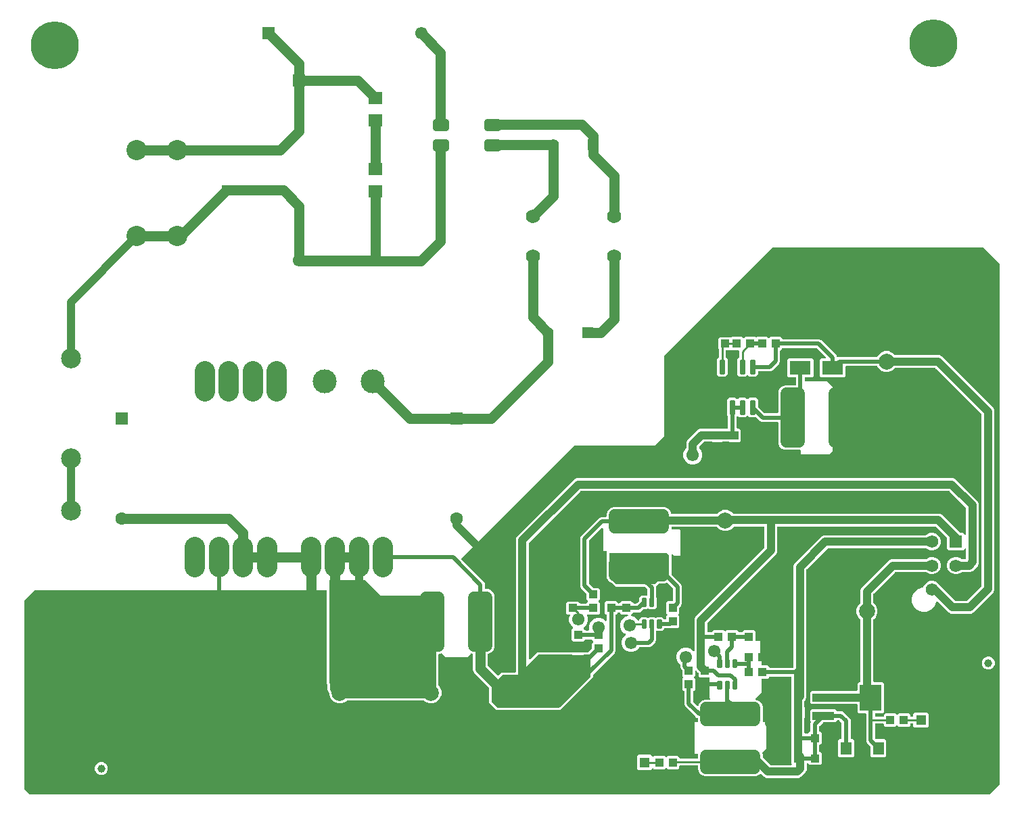
<source format=gbr>
G04 EAGLE Gerber RS-274X export*
G75*
%MOMM*%
%FSLAX34Y34*%
%LPD*%
%INTop Copper*%
%IPPOS*%
%AMOC8*
5,1,8,0,0,1.08239X$1,22.5*%
G01*
%ADD10R,1.550000X1.550000*%
%ADD11C,1.550000*%
%ADD12R,1.400000X1.400000*%
%ADD13C,1.400000*%
%ADD14C,2.000000*%
%ADD15R,1.000000X1.100000*%
%ADD16R,1.100000X1.000000*%
%ADD17C,0.775000*%
%ADD18R,1.400000X1.640000*%
%ADD19C,1.000000*%
%ADD20R,2.700000X3.300000*%
%ADD21R,2.700000X1.000000*%
%ADD22C,1.762000*%
%ADD23C,6.000000*%
%ADD24R,1.803000X1.600000*%
%ADD25C,2.500000*%
%ADD26C,3.000000*%
%ADD27C,2.540000*%
%ADD28R,1.570000X1.570000*%
%ADD29C,1.570000*%
%ADD30R,1.300000X1.300000*%
%ADD31C,1.300000*%
%ADD32C,1.500000*%
%ADD33R,1.500000X1.500000*%
%ADD34C,1.600000*%
%ADD35C,2.500000*%
%ADD36C,0.300000*%
%ADD37R,2.650000X1.750000*%
%ADD38C,0.360000*%
%ADD39C,1.270000*%
%ADD40C,1.016000*%
%ADD41C,0.508000*%
%ADD42C,0.254000*%

G36*
X1219287Y11697D02*
X1219287Y11697D01*
X1219374Y11700D01*
X1219427Y11717D01*
X1219482Y11725D01*
X1219561Y11760D01*
X1219645Y11787D01*
X1219684Y11815D01*
X1219741Y11841D01*
X1219854Y11937D01*
X1219918Y11982D01*
X1232618Y24682D01*
X1232670Y24752D01*
X1232730Y24816D01*
X1232756Y24865D01*
X1232789Y24909D01*
X1232820Y24991D01*
X1232860Y25069D01*
X1232868Y25117D01*
X1232890Y25175D01*
X1232902Y25323D01*
X1232915Y25400D01*
X1232915Y675640D01*
X1232903Y675727D01*
X1232900Y675814D01*
X1232883Y675867D01*
X1232875Y675922D01*
X1232840Y676001D01*
X1232813Y676085D01*
X1232785Y676124D01*
X1232759Y676181D01*
X1232697Y676255D01*
X1232673Y676294D01*
X1232643Y676322D01*
X1232618Y676358D01*
X1212298Y696678D01*
X1212228Y696730D01*
X1212164Y696790D01*
X1212115Y696816D01*
X1212071Y696849D01*
X1211989Y696880D01*
X1211911Y696920D01*
X1211864Y696928D01*
X1211805Y696950D01*
X1211657Y696962D01*
X1211580Y696975D01*
X948690Y696975D01*
X948603Y696963D01*
X948516Y696960D01*
X948463Y696943D01*
X948409Y696935D01*
X948329Y696900D01*
X948245Y696873D01*
X948206Y696845D01*
X948149Y696819D01*
X948036Y696723D01*
X947972Y696678D01*
X812463Y561169D01*
X812411Y561099D01*
X812351Y561035D01*
X812325Y560986D01*
X812292Y560942D01*
X812261Y560860D01*
X812221Y560782D01*
X812213Y560734D01*
X812191Y560676D01*
X812179Y560528D01*
X812166Y560451D01*
X812166Y460747D01*
X800363Y448944D01*
X700659Y448944D01*
X700572Y448932D01*
X700485Y448929D01*
X700432Y448912D01*
X700378Y448904D01*
X700298Y448869D01*
X700214Y448842D01*
X700175Y448814D01*
X700118Y448788D01*
X700005Y448692D01*
X699941Y448647D01*
X558908Y307614D01*
X558873Y307567D01*
X558830Y307527D01*
X558788Y307454D01*
X558737Y307386D01*
X558716Y307332D01*
X558687Y307281D01*
X558666Y307200D01*
X558636Y307121D01*
X558631Y307062D01*
X558617Y307006D01*
X558619Y306922D01*
X558612Y306837D01*
X558624Y306780D01*
X558626Y306722D01*
X558651Y306641D01*
X558668Y306559D01*
X558695Y306507D01*
X558713Y306451D01*
X558753Y306395D01*
X558799Y306306D01*
X558868Y306234D01*
X558908Y306178D01*
X587147Y277939D01*
X587991Y275902D01*
X587991Y270116D01*
X587999Y270058D01*
X587997Y270000D01*
X588019Y269918D01*
X588031Y269834D01*
X588054Y269781D01*
X588069Y269725D01*
X588112Y269652D01*
X588147Y269575D01*
X588185Y269530D01*
X588214Y269480D01*
X588276Y269422D01*
X588330Y269358D01*
X588379Y269326D01*
X588422Y269286D01*
X588497Y269247D01*
X588567Y269200D01*
X588623Y269183D01*
X588675Y269156D01*
X588743Y269145D01*
X588838Y269115D01*
X588938Y269112D01*
X589006Y269101D01*
X592039Y269101D01*
X595898Y267502D01*
X598852Y264548D01*
X600451Y260689D01*
X600451Y196511D01*
X598852Y192652D01*
X595898Y189698D01*
X592427Y188260D01*
X592426Y188259D01*
X592425Y188259D01*
X592352Y188216D01*
X592277Y188182D01*
X592234Y188146D01*
X592183Y188116D01*
X592182Y188115D01*
X592180Y188114D01*
X592119Y188049D01*
X592060Y187999D01*
X592031Y187955D01*
X591987Y187909D01*
X591987Y187908D01*
X591986Y187907D01*
X591943Y187824D01*
X591902Y187762D01*
X591887Y187714D01*
X591857Y187656D01*
X591857Y187655D01*
X591856Y187653D01*
X591854Y187639D01*
X591838Y187560D01*
X591816Y187491D01*
X591815Y187443D01*
X591802Y187377D01*
X591805Y187347D01*
X591801Y187322D01*
X591801Y173684D01*
X591813Y173597D01*
X591816Y173510D01*
X591833Y173457D01*
X591841Y173402D01*
X591876Y173322D01*
X591903Y173239D01*
X591931Y173200D01*
X591957Y173143D01*
X592053Y173030D01*
X592098Y172966D01*
X604040Y161024D01*
X604086Y160989D01*
X604127Y160947D01*
X604200Y160904D01*
X604267Y160853D01*
X604321Y160833D01*
X604372Y160803D01*
X604454Y160782D01*
X604532Y160752D01*
X604591Y160747D01*
X604647Y160733D01*
X604732Y160736D01*
X604816Y160729D01*
X604873Y160740D01*
X604932Y160742D01*
X605012Y160768D01*
X605095Y160785D01*
X605146Y160811D01*
X605202Y160829D01*
X605258Y160870D01*
X605347Y160916D01*
X605419Y160984D01*
X605475Y161024D01*
X606048Y161597D01*
X608996Y164545D01*
X625904Y164545D01*
X625962Y164553D01*
X626020Y164551D01*
X626102Y164573D01*
X626186Y164585D01*
X626239Y164608D01*
X626295Y164623D01*
X626368Y164666D01*
X626445Y164701D01*
X626490Y164739D01*
X626540Y164768D01*
X626598Y164830D01*
X626662Y164884D01*
X626694Y164933D01*
X626734Y164976D01*
X626773Y165051D01*
X626820Y165121D01*
X626837Y165177D01*
X626864Y165229D01*
X626875Y165297D01*
X626905Y165392D01*
X626908Y165492D01*
X626919Y165560D01*
X626919Y331807D01*
X628150Y334777D01*
X700273Y406900D01*
X703243Y408131D01*
X1174217Y408131D01*
X1177187Y406900D01*
X1205400Y378687D01*
X1206631Y375717D01*
X1206631Y301343D01*
X1205400Y298373D01*
X1198627Y291600D01*
X1195657Y290369D01*
X1185385Y290369D01*
X1185298Y290357D01*
X1185211Y290354D01*
X1185158Y290337D01*
X1185104Y290329D01*
X1185024Y290294D01*
X1184940Y290267D01*
X1184901Y290239D01*
X1184844Y290213D01*
X1184731Y290117D01*
X1184667Y290072D01*
X1183846Y289251D01*
X1179858Y287599D01*
X1175542Y287599D01*
X1171553Y289251D01*
X1168501Y292303D01*
X1166849Y296292D01*
X1166849Y300608D01*
X1168501Y304597D01*
X1171553Y307649D01*
X1175542Y309301D01*
X1179858Y309301D01*
X1183846Y307649D01*
X1184667Y306828D01*
X1184737Y306776D01*
X1184801Y306716D01*
X1184850Y306690D01*
X1184894Y306657D01*
X1184976Y306626D01*
X1185054Y306586D01*
X1185101Y306578D01*
X1185160Y306556D01*
X1185308Y306544D01*
X1185385Y306531D01*
X1189454Y306531D01*
X1189512Y306539D01*
X1189570Y306537D01*
X1189652Y306559D01*
X1189736Y306571D01*
X1189789Y306594D01*
X1189845Y306609D01*
X1189918Y306652D01*
X1189995Y306687D01*
X1190040Y306725D01*
X1190090Y306754D01*
X1190148Y306816D01*
X1190212Y306870D01*
X1190244Y306919D01*
X1190284Y306962D01*
X1190323Y307037D01*
X1190370Y307107D01*
X1190387Y307163D01*
X1190414Y307215D01*
X1190425Y307283D01*
X1190455Y307378D01*
X1190458Y307478D01*
X1190469Y307546D01*
X1190469Y318825D01*
X1190465Y318854D01*
X1190468Y318883D01*
X1190445Y318994D01*
X1190429Y319106D01*
X1190417Y319133D01*
X1190412Y319162D01*
X1190359Y319262D01*
X1190313Y319365D01*
X1190294Y319388D01*
X1190281Y319414D01*
X1190203Y319496D01*
X1190130Y319582D01*
X1190105Y319599D01*
X1190085Y319620D01*
X1189987Y319677D01*
X1189893Y319740D01*
X1189865Y319749D01*
X1189840Y319764D01*
X1189730Y319792D01*
X1189622Y319826D01*
X1189592Y319827D01*
X1189564Y319834D01*
X1189451Y319830D01*
X1189338Y319833D01*
X1189309Y319826D01*
X1189280Y319825D01*
X1189172Y319790D01*
X1189063Y319761D01*
X1189037Y319746D01*
X1189009Y319737D01*
X1188946Y319692D01*
X1188818Y319616D01*
X1188775Y319570D01*
X1188736Y319542D01*
X1186793Y317599D01*
X1168607Y317599D01*
X1166849Y319357D01*
X1166849Y332602D01*
X1166837Y332689D01*
X1166834Y332776D01*
X1166817Y332829D01*
X1166809Y332884D01*
X1166774Y332964D01*
X1166747Y333047D01*
X1166719Y333086D01*
X1166693Y333143D01*
X1166597Y333257D01*
X1166552Y333320D01*
X1152650Y347222D01*
X1152580Y347274D01*
X1152517Y347334D01*
X1152467Y347360D01*
X1152423Y347393D01*
X1152341Y347424D01*
X1152263Y347464D01*
X1152216Y347472D01*
X1152157Y347494D01*
X1152010Y347506D01*
X1151932Y347519D01*
X955246Y347519D01*
X955188Y347511D01*
X955130Y347513D01*
X955048Y347491D01*
X954964Y347479D01*
X954911Y347456D01*
X954855Y347441D01*
X954782Y347398D01*
X954705Y347363D01*
X954660Y347325D01*
X954610Y347296D01*
X954552Y347234D01*
X954488Y347180D01*
X954456Y347131D01*
X954416Y347088D01*
X954377Y347013D01*
X954330Y346943D01*
X954313Y346887D01*
X954286Y346835D01*
X954275Y346767D01*
X954245Y346672D01*
X954242Y346572D01*
X954231Y346504D01*
X954231Y315893D01*
X953000Y312923D01*
X866898Y226820D01*
X866846Y226750D01*
X866786Y226687D01*
X866760Y226637D01*
X866727Y226593D01*
X866696Y226511D01*
X866656Y226433D01*
X866648Y226386D01*
X866626Y226327D01*
X866614Y226180D01*
X866601Y226102D01*
X866601Y216106D01*
X866609Y216048D01*
X866607Y215990D01*
X866629Y215908D01*
X866641Y215824D01*
X866664Y215771D01*
X866679Y215715D01*
X866722Y215642D01*
X866757Y215565D01*
X866795Y215520D01*
X866824Y215470D01*
X866886Y215412D01*
X866940Y215348D01*
X866989Y215316D01*
X867032Y215276D01*
X867107Y215237D01*
X867177Y215190D01*
X867233Y215173D01*
X867285Y215146D01*
X867353Y215135D01*
X867448Y215105D01*
X867548Y215102D01*
X867616Y215091D01*
X871484Y215091D01*
X871542Y215099D01*
X871600Y215097D01*
X871682Y215119D01*
X871766Y215131D01*
X871819Y215154D01*
X871875Y215169D01*
X871948Y215212D01*
X872025Y215247D01*
X872070Y215285D01*
X872120Y215314D01*
X872178Y215376D01*
X872242Y215430D01*
X872274Y215479D01*
X872314Y215522D01*
X872353Y215597D01*
X872400Y215667D01*
X872417Y215723D01*
X872444Y215775D01*
X872455Y215843D01*
X872485Y215938D01*
X872488Y216038D01*
X872499Y216106D01*
X872499Y216293D01*
X874257Y218051D01*
X886743Y218051D01*
X888282Y216512D01*
X888329Y216476D01*
X888369Y216434D01*
X888442Y216391D01*
X888509Y216341D01*
X888564Y216320D01*
X888614Y216290D01*
X888696Y216270D01*
X888775Y216239D01*
X888833Y216235D01*
X888890Y216220D01*
X888974Y216223D01*
X889058Y216216D01*
X889116Y216227D01*
X889174Y216229D01*
X889254Y216255D01*
X889337Y216272D01*
X889389Y216299D01*
X889445Y216317D01*
X889501Y216357D01*
X889589Y216403D01*
X889662Y216471D01*
X889718Y216512D01*
X891257Y218051D01*
X903743Y218051D01*
X905501Y216293D01*
X905501Y216106D01*
X905509Y216048D01*
X905507Y215990D01*
X905529Y215908D01*
X905541Y215824D01*
X905564Y215771D01*
X905579Y215715D01*
X905622Y215642D01*
X905657Y215565D01*
X905695Y215520D01*
X905724Y215470D01*
X905786Y215412D01*
X905840Y215348D01*
X905889Y215316D01*
X905932Y215276D01*
X906007Y215237D01*
X906077Y215190D01*
X906133Y215173D01*
X906185Y215146D01*
X906253Y215135D01*
X906348Y215105D01*
X906448Y215102D01*
X906516Y215091D01*
X909584Y215091D01*
X909642Y215099D01*
X909700Y215097D01*
X909782Y215119D01*
X909866Y215131D01*
X909919Y215154D01*
X909975Y215169D01*
X910048Y215212D01*
X910125Y215247D01*
X910170Y215285D01*
X910220Y215314D01*
X910278Y215376D01*
X910342Y215430D01*
X910374Y215479D01*
X910414Y215522D01*
X910453Y215597D01*
X910500Y215667D01*
X910517Y215723D01*
X910544Y215775D01*
X910555Y215843D01*
X910585Y215938D01*
X910588Y216038D01*
X910599Y216106D01*
X910599Y216293D01*
X912357Y218051D01*
X924843Y218051D01*
X926601Y216293D01*
X926601Y204851D01*
X926609Y204793D01*
X926607Y204735D01*
X926629Y204653D01*
X926641Y204569D01*
X926664Y204516D01*
X926679Y204460D01*
X926722Y204387D01*
X926757Y204310D01*
X926795Y204265D01*
X926824Y204215D01*
X926886Y204157D01*
X926940Y204093D01*
X926989Y204061D01*
X927032Y204021D01*
X927107Y203982D01*
X927177Y203935D01*
X927233Y203918D01*
X927285Y203891D01*
X927353Y203880D01*
X927448Y203850D01*
X927548Y203847D01*
X927616Y203836D01*
X933713Y203836D01*
X934086Y203463D01*
X934086Y174616D01*
X934094Y174558D01*
X934092Y174500D01*
X934114Y174418D01*
X934126Y174334D01*
X934149Y174281D01*
X934164Y174225D01*
X934207Y174152D01*
X934242Y174075D01*
X934280Y174030D01*
X934309Y173980D01*
X934371Y173922D01*
X934425Y173858D01*
X934474Y173826D01*
X934517Y173786D01*
X934592Y173747D01*
X934662Y173700D01*
X934718Y173683D01*
X934770Y173656D01*
X934838Y173645D01*
X934933Y173615D01*
X935033Y173612D01*
X935101Y173601D01*
X941843Y173601D01*
X943601Y171843D01*
X943601Y171656D01*
X943609Y171598D01*
X943607Y171540D01*
X943629Y171458D01*
X943641Y171374D01*
X943664Y171321D01*
X943679Y171265D01*
X943722Y171192D01*
X943757Y171115D01*
X943795Y171070D01*
X943824Y171020D01*
X943886Y170962D01*
X943940Y170898D01*
X943989Y170866D01*
X944032Y170826D01*
X944107Y170787D01*
X944177Y170740D01*
X944233Y170723D01*
X944285Y170696D01*
X944353Y170685D01*
X944448Y170655D01*
X944548Y170652D01*
X944616Y170641D01*
X973494Y170641D01*
X973552Y170649D01*
X973610Y170647D01*
X973692Y170669D01*
X973776Y170681D01*
X973829Y170704D01*
X973885Y170719D01*
X973958Y170762D01*
X974035Y170797D01*
X974080Y170835D01*
X974130Y170864D01*
X974188Y170926D01*
X974252Y170980D01*
X974284Y171029D01*
X974324Y171072D01*
X974363Y171147D01*
X974410Y171217D01*
X974427Y171273D01*
X974454Y171325D01*
X974465Y171393D01*
X974495Y171488D01*
X974498Y171588D01*
X974509Y171656D01*
X974509Y298397D01*
X975740Y301367D01*
X1009673Y335300D01*
X1012643Y336531D01*
X1140015Y336531D01*
X1140102Y336543D01*
X1140189Y336546D01*
X1140242Y336563D01*
X1140296Y336571D01*
X1140376Y336606D01*
X1140460Y336633D01*
X1140499Y336661D01*
X1140556Y336687D01*
X1140669Y336783D01*
X1140733Y336828D01*
X1141554Y337649D01*
X1145542Y339301D01*
X1149858Y339301D01*
X1153847Y337649D01*
X1156899Y334597D01*
X1158551Y330608D01*
X1158551Y326292D01*
X1156899Y322303D01*
X1153847Y319251D01*
X1149858Y317599D01*
X1145542Y317599D01*
X1141554Y319251D01*
X1140733Y320072D01*
X1140663Y320124D01*
X1140599Y320184D01*
X1140550Y320210D01*
X1140506Y320243D01*
X1140424Y320274D01*
X1140346Y320314D01*
X1140299Y320322D01*
X1140240Y320344D01*
X1140092Y320356D01*
X1140015Y320369D01*
X1018018Y320369D01*
X1017931Y320357D01*
X1017844Y320354D01*
X1017791Y320337D01*
X1017736Y320329D01*
X1017656Y320294D01*
X1017573Y320267D01*
X1017534Y320239D01*
X1017477Y320213D01*
X1017363Y320117D01*
X1017300Y320072D01*
X990968Y293740D01*
X990916Y293670D01*
X990856Y293607D01*
X990830Y293557D01*
X990797Y293513D01*
X990766Y293431D01*
X990726Y293353D01*
X990718Y293306D01*
X990696Y293247D01*
X990684Y293100D01*
X990671Y293022D01*
X990671Y133403D01*
X989440Y130433D01*
X988428Y129420D01*
X988376Y129350D01*
X988316Y129287D01*
X988290Y129237D01*
X988257Y129193D01*
X988226Y129111D01*
X988186Y129033D01*
X988178Y128986D01*
X988156Y128927D01*
X988144Y128780D01*
X988131Y128702D01*
X988131Y121383D01*
X988143Y121297D01*
X988146Y121209D01*
X988163Y121157D01*
X988171Y121102D01*
X988206Y121022D01*
X988233Y120939D01*
X988261Y120900D01*
X988287Y120843D01*
X988383Y120729D01*
X988405Y120698D01*
X988406Y120696D01*
X988407Y120695D01*
X988428Y120666D01*
X988551Y120543D01*
X988551Y108057D01*
X988428Y107934D01*
X988376Y107865D01*
X988316Y107801D01*
X988290Y107751D01*
X988257Y107707D01*
X988226Y107626D01*
X988186Y107548D01*
X988178Y107500D01*
X988156Y107442D01*
X988144Y107294D01*
X988131Y107217D01*
X988131Y89633D01*
X988143Y89547D01*
X988146Y89459D01*
X988163Y89407D01*
X988171Y89352D01*
X988206Y89272D01*
X988233Y89189D01*
X988261Y89150D01*
X988287Y89093D01*
X988383Y88979D01*
X988428Y88916D01*
X988629Y88714D01*
X988672Y88642D01*
X988707Y88565D01*
X988745Y88520D01*
X988774Y88470D01*
X988836Y88412D01*
X988890Y88348D01*
X988939Y88316D01*
X988982Y88276D01*
X989057Y88237D01*
X989127Y88190D01*
X989183Y88173D01*
X989235Y88146D01*
X989303Y88135D01*
X989398Y88105D01*
X989498Y88102D01*
X989566Y88091D01*
X991634Y88091D01*
X991692Y88099D01*
X991750Y88097D01*
X991832Y88119D01*
X991916Y88131D01*
X991969Y88154D01*
X992025Y88169D01*
X992098Y88212D01*
X992175Y88247D01*
X992220Y88285D01*
X992270Y88314D01*
X992328Y88376D01*
X992392Y88430D01*
X992424Y88479D01*
X992464Y88522D01*
X992503Y88597D01*
X992550Y88667D01*
X992562Y88705D01*
X994407Y90551D01*
X994594Y90551D01*
X994652Y90559D01*
X994710Y90557D01*
X994792Y90579D01*
X994876Y90591D01*
X994929Y90614D01*
X994985Y90629D01*
X995058Y90672D01*
X995135Y90707D01*
X995180Y90745D01*
X995230Y90774D01*
X995288Y90836D01*
X995352Y90890D01*
X995384Y90939D01*
X995424Y90982D01*
X995463Y91057D01*
X995510Y91127D01*
X995527Y91183D01*
X995554Y91235D01*
X995565Y91303D01*
X995595Y91398D01*
X995598Y91498D01*
X995609Y91566D01*
X995609Y100702D01*
X996285Y102335D01*
X996286Y102336D01*
X996287Y102337D01*
X996322Y102475D01*
X996356Y102610D01*
X996356Y102611D01*
X996357Y102613D01*
X996352Y102754D01*
X996348Y102894D01*
X996348Y102896D01*
X996348Y102897D01*
X996304Y103033D01*
X996262Y103165D01*
X996261Y103166D01*
X996260Y103168D01*
X996251Y103180D01*
X996103Y103401D01*
X996080Y103421D01*
X996065Y103441D01*
X995399Y104107D01*
X995399Y116593D01*
X997157Y118351D01*
X1026643Y118351D01*
X1028479Y116514D01*
X1028522Y116442D01*
X1028557Y116365D01*
X1028595Y116320D01*
X1028624Y116270D01*
X1028686Y116212D01*
X1028740Y116148D01*
X1028789Y116116D01*
X1028832Y116076D01*
X1028907Y116037D01*
X1028977Y115990D01*
X1029033Y115973D01*
X1029085Y115946D01*
X1029153Y115935D01*
X1029248Y115905D01*
X1029348Y115902D01*
X1029416Y115891D01*
X1035022Y115891D01*
X1037059Y115047D01*
X1044997Y107109D01*
X1045841Y105072D01*
X1045841Y82066D01*
X1045849Y82008D01*
X1045847Y81950D01*
X1045869Y81868D01*
X1045881Y81784D01*
X1045904Y81731D01*
X1045919Y81675D01*
X1045962Y81602D01*
X1045997Y81525D01*
X1046035Y81480D01*
X1046064Y81430D01*
X1046126Y81372D01*
X1046180Y81308D01*
X1046229Y81276D01*
X1046272Y81236D01*
X1046347Y81197D01*
X1046417Y81150D01*
X1046473Y81133D01*
X1046525Y81106D01*
X1046593Y81095D01*
X1046688Y81065D01*
X1046788Y81062D01*
X1046856Y81051D01*
X1048543Y81051D01*
X1050301Y79293D01*
X1050301Y60407D01*
X1048543Y58649D01*
X1032057Y58649D01*
X1030299Y60407D01*
X1030299Y79293D01*
X1032057Y81051D01*
X1033744Y81051D01*
X1033802Y81059D01*
X1033860Y81057D01*
X1033942Y81079D01*
X1034026Y81091D01*
X1034079Y81114D01*
X1034135Y81129D01*
X1034208Y81172D01*
X1034285Y81207D01*
X1034330Y81245D01*
X1034380Y81274D01*
X1034438Y81336D01*
X1034502Y81390D01*
X1034534Y81439D01*
X1034574Y81482D01*
X1034613Y81557D01*
X1034660Y81627D01*
X1034677Y81683D01*
X1034704Y81735D01*
X1034715Y81803D01*
X1034745Y81898D01*
X1034748Y81998D01*
X1034759Y82066D01*
X1034759Y101254D01*
X1034747Y101341D01*
X1034744Y101428D01*
X1034727Y101481D01*
X1034719Y101536D01*
X1034684Y101616D01*
X1034657Y101699D01*
X1034629Y101738D01*
X1034603Y101795D01*
X1034507Y101909D01*
X1034462Y101972D01*
X1031922Y104512D01*
X1031853Y104564D01*
X1031789Y104624D01*
X1031739Y104650D01*
X1031695Y104683D01*
X1031613Y104714D01*
X1031535Y104754D01*
X1031488Y104762D01*
X1031429Y104784D01*
X1031282Y104796D01*
X1031204Y104809D01*
X1029416Y104809D01*
X1029358Y104801D01*
X1029300Y104803D01*
X1029218Y104781D01*
X1029134Y104769D01*
X1029081Y104746D01*
X1029025Y104731D01*
X1028952Y104688D01*
X1028875Y104653D01*
X1028830Y104615D01*
X1028780Y104586D01*
X1028722Y104524D01*
X1028658Y104470D01*
X1028626Y104421D01*
X1028586Y104378D01*
X1028547Y104303D01*
X1028500Y104233D01*
X1028488Y104195D01*
X1026643Y102349D01*
X1012156Y102349D01*
X1012069Y102337D01*
X1011982Y102334D01*
X1011929Y102317D01*
X1011874Y102309D01*
X1011794Y102274D01*
X1011711Y102247D01*
X1011672Y102219D01*
X1011615Y102193D01*
X1011501Y102097D01*
X1011438Y102052D01*
X1006988Y97602D01*
X1006936Y97532D01*
X1006876Y97469D01*
X1006850Y97419D01*
X1006817Y97375D01*
X1006786Y97293D01*
X1006746Y97215D01*
X1006738Y97168D01*
X1006716Y97109D01*
X1006704Y96962D01*
X1006691Y96884D01*
X1006691Y91566D01*
X1006699Y91508D01*
X1006697Y91450D01*
X1006719Y91368D01*
X1006731Y91284D01*
X1006754Y91231D01*
X1006769Y91175D01*
X1006812Y91102D01*
X1006847Y91025D01*
X1006885Y90980D01*
X1006914Y90930D01*
X1006976Y90872D01*
X1007030Y90808D01*
X1007079Y90776D01*
X1007122Y90736D01*
X1007197Y90697D01*
X1007267Y90650D01*
X1007323Y90633D01*
X1007375Y90606D01*
X1007443Y90595D01*
X1007538Y90565D01*
X1007638Y90562D01*
X1007706Y90551D01*
X1007893Y90551D01*
X1009651Y88793D01*
X1009651Y76307D01*
X1007893Y74549D01*
X1007706Y74549D01*
X1007648Y74541D01*
X1007590Y74543D01*
X1007508Y74521D01*
X1007424Y74509D01*
X1007371Y74486D01*
X1007315Y74471D01*
X1007242Y74428D01*
X1007165Y74393D01*
X1007120Y74355D01*
X1007070Y74326D01*
X1007012Y74264D01*
X1006948Y74210D01*
X1006916Y74161D01*
X1006876Y74118D01*
X1006837Y74043D01*
X1006790Y73973D01*
X1006773Y73917D01*
X1006746Y73865D01*
X1006735Y73797D01*
X1006705Y73702D01*
X1006702Y73602D01*
X1006691Y73534D01*
X1006691Y66166D01*
X1006699Y66108D01*
X1006697Y66050D01*
X1006719Y65968D01*
X1006731Y65884D01*
X1006754Y65831D01*
X1006769Y65775D01*
X1006812Y65702D01*
X1006847Y65625D01*
X1006885Y65580D01*
X1006914Y65530D01*
X1006976Y65472D01*
X1007030Y65408D01*
X1007079Y65376D01*
X1007122Y65336D01*
X1007197Y65297D01*
X1007267Y65250D01*
X1007323Y65233D01*
X1007375Y65206D01*
X1007443Y65195D01*
X1007538Y65165D01*
X1007638Y65162D01*
X1007706Y65151D01*
X1007893Y65151D01*
X1009651Y63393D01*
X1009651Y50907D01*
X1007893Y49149D01*
X994407Y49149D01*
X992794Y50762D01*
X992770Y50780D01*
X992751Y50802D01*
X992657Y50865D01*
X992567Y50933D01*
X992539Y50944D01*
X992515Y50960D01*
X992407Y50994D01*
X992301Y51035D01*
X992272Y51037D01*
X992244Y51046D01*
X992130Y51049D01*
X992018Y51058D01*
X991989Y51052D01*
X991960Y51053D01*
X991850Y51025D01*
X991739Y51002D01*
X991713Y50989D01*
X991685Y50981D01*
X991587Y50923D01*
X991487Y50871D01*
X991465Y50851D01*
X991440Y50836D01*
X991363Y50754D01*
X991281Y50675D01*
X991266Y50650D01*
X991246Y50629D01*
X991194Y50528D01*
X991137Y50430D01*
X991130Y50402D01*
X991116Y50376D01*
X991103Y50298D01*
X991067Y50155D01*
X991069Y50092D01*
X991061Y50045D01*
X991061Y42843D01*
X989830Y39873D01*
X983747Y33790D01*
X980777Y32559D01*
X940733Y32559D01*
X937763Y33790D01*
X935347Y36205D01*
X934069Y37483D01*
X934022Y37518D01*
X933982Y37561D01*
X933909Y37603D01*
X933842Y37654D01*
X933787Y37675D01*
X933737Y37704D01*
X933655Y37725D01*
X933576Y37755D01*
X933518Y37760D01*
X933461Y37774D01*
X933377Y37772D01*
X933293Y37779D01*
X933236Y37767D01*
X933177Y37765D01*
X933097Y37739D01*
X933014Y37723D01*
X932962Y37696D01*
X932907Y37678D01*
X932851Y37638D01*
X932762Y37592D01*
X932689Y37523D01*
X932633Y37483D01*
X931298Y36148D01*
X927439Y34549D01*
X863261Y34549D01*
X859402Y36148D01*
X856448Y39102D01*
X854849Y42961D01*
X854849Y47264D01*
X854842Y47315D01*
X854843Y47335D01*
X854842Y47339D01*
X854843Y47380D01*
X854821Y47462D01*
X854809Y47546D01*
X854786Y47599D01*
X854771Y47655D01*
X854728Y47728D01*
X854693Y47805D01*
X854655Y47850D01*
X854626Y47900D01*
X854564Y47958D01*
X854510Y48022D01*
X854461Y48054D01*
X854418Y48094D01*
X854343Y48133D01*
X854273Y48180D01*
X854217Y48197D01*
X854165Y48224D01*
X854097Y48235D01*
X854002Y48265D01*
X853902Y48268D01*
X853834Y48279D01*
X832516Y48279D01*
X832458Y48271D01*
X832400Y48273D01*
X832318Y48251D01*
X832234Y48239D01*
X832181Y48216D01*
X832125Y48201D01*
X832052Y48158D01*
X831975Y48123D01*
X831930Y48085D01*
X831880Y48056D01*
X831822Y47994D01*
X831758Y47940D01*
X831726Y47891D01*
X831686Y47848D01*
X831647Y47773D01*
X831600Y47703D01*
X831583Y47647D01*
X831556Y47595D01*
X831545Y47527D01*
X831515Y47432D01*
X831512Y47332D01*
X831501Y47264D01*
X831501Y45257D01*
X829743Y43499D01*
X817257Y43499D01*
X815718Y45038D01*
X815671Y45074D01*
X815631Y45116D01*
X815558Y45159D01*
X815491Y45209D01*
X815436Y45230D01*
X815386Y45260D01*
X815304Y45280D01*
X815225Y45311D01*
X815167Y45315D01*
X815110Y45330D01*
X815026Y45327D01*
X814942Y45334D01*
X814884Y45323D01*
X814826Y45321D01*
X814746Y45295D01*
X814663Y45278D01*
X814611Y45251D01*
X814555Y45233D01*
X814499Y45193D01*
X814411Y45147D01*
X814338Y45078D01*
X814282Y45038D01*
X812743Y43499D01*
X800257Y43499D01*
X799218Y44538D01*
X799171Y44574D01*
X799131Y44616D01*
X799058Y44659D01*
X798991Y44709D01*
X798936Y44730D01*
X798886Y44760D01*
X798804Y44780D01*
X798725Y44811D01*
X798667Y44815D01*
X798610Y44830D01*
X798526Y44827D01*
X798442Y44834D01*
X798384Y44823D01*
X798326Y44821D01*
X798246Y44795D01*
X798163Y44778D01*
X798111Y44751D01*
X798055Y44733D01*
X797999Y44693D01*
X797911Y44647D01*
X797838Y44579D01*
X797782Y44538D01*
X795743Y42499D01*
X780257Y42499D01*
X778499Y44257D01*
X778499Y59743D01*
X780257Y61501D01*
X795743Y61501D01*
X797782Y59462D01*
X797829Y59426D01*
X797869Y59384D01*
X797942Y59341D01*
X798009Y59291D01*
X798064Y59270D01*
X798114Y59240D01*
X798196Y59219D01*
X798275Y59189D01*
X798333Y59185D01*
X798390Y59170D01*
X798474Y59173D01*
X798558Y59166D01*
X798615Y59177D01*
X798674Y59179D01*
X798754Y59205D01*
X798837Y59222D01*
X798889Y59249D01*
X798944Y59267D01*
X799001Y59307D01*
X799089Y59353D01*
X799162Y59422D01*
X799218Y59462D01*
X800257Y60501D01*
X812743Y60501D01*
X814282Y58962D01*
X814329Y58926D01*
X814369Y58884D01*
X814442Y58841D01*
X814509Y58791D01*
X814564Y58770D01*
X814614Y58740D01*
X814696Y58720D01*
X814775Y58689D01*
X814833Y58685D01*
X814890Y58670D01*
X814974Y58673D01*
X815058Y58666D01*
X815116Y58677D01*
X815174Y58679D01*
X815254Y58705D01*
X815337Y58722D01*
X815389Y58749D01*
X815445Y58767D01*
X815501Y58807D01*
X815589Y58853D01*
X815662Y58921D01*
X815718Y58962D01*
X817257Y60501D01*
X829743Y60501D01*
X831501Y58743D01*
X831501Y57836D01*
X831509Y57778D01*
X831507Y57720D01*
X831529Y57638D01*
X831541Y57554D01*
X831564Y57501D01*
X831579Y57445D01*
X831622Y57372D01*
X831657Y57295D01*
X831695Y57250D01*
X831724Y57200D01*
X831786Y57142D01*
X831840Y57078D01*
X831889Y57046D01*
X831932Y57006D01*
X832007Y56967D01*
X832077Y56920D01*
X832133Y56903D01*
X832185Y56876D01*
X832253Y56865D01*
X832348Y56835D01*
X832448Y56832D01*
X832516Y56821D01*
X853834Y56821D01*
X853892Y56829D01*
X853950Y56827D01*
X854032Y56849D01*
X854116Y56861D01*
X854169Y56884D01*
X854225Y56899D01*
X854298Y56942D01*
X854375Y56977D01*
X854420Y57015D01*
X854470Y57044D01*
X854528Y57106D01*
X854592Y57160D01*
X854624Y57209D01*
X854664Y57252D01*
X854703Y57327D01*
X854750Y57397D01*
X854767Y57453D01*
X854794Y57505D01*
X854805Y57573D01*
X854835Y57668D01*
X854838Y57768D01*
X854849Y57836D01*
X854849Y61849D01*
X854841Y61907D01*
X854843Y61965D01*
X854821Y62047D01*
X854809Y62131D01*
X854786Y62184D01*
X854771Y62240D01*
X854728Y62313D01*
X854693Y62390D01*
X854655Y62435D01*
X854626Y62485D01*
X854564Y62543D01*
X854510Y62607D01*
X854461Y62639D01*
X854418Y62679D01*
X854343Y62718D01*
X854273Y62765D01*
X854217Y62782D01*
X854165Y62809D01*
X854097Y62820D01*
X854002Y62850D01*
X853902Y62853D01*
X853834Y62864D01*
X850637Y62864D01*
X850264Y63237D01*
X850264Y101863D01*
X850637Y102236D01*
X853834Y102236D01*
X853892Y102244D01*
X853950Y102242D01*
X854032Y102264D01*
X854116Y102276D01*
X854169Y102299D01*
X854225Y102314D01*
X854298Y102357D01*
X854375Y102392D01*
X854420Y102430D01*
X854470Y102459D01*
X854528Y102521D01*
X854592Y102575D01*
X854624Y102624D01*
X854664Y102667D01*
X854703Y102742D01*
X854750Y102812D01*
X854767Y102868D01*
X854794Y102920D01*
X854805Y102988D01*
X854835Y103083D01*
X854838Y103183D01*
X854849Y103251D01*
X854849Y106542D01*
X854849Y106543D01*
X854849Y106545D01*
X854829Y106685D01*
X854809Y106823D01*
X854809Y106825D01*
X854809Y106826D01*
X854752Y106952D01*
X854693Y107082D01*
X854692Y107084D01*
X854691Y107085D01*
X854600Y107192D01*
X854510Y107299D01*
X854508Y107300D01*
X854507Y107302D01*
X854494Y107310D01*
X854273Y107457D01*
X854244Y107466D01*
X854223Y107480D01*
X853321Y107853D01*
X851620Y109554D01*
X840284Y120890D01*
X838583Y122591D01*
X837739Y124628D01*
X837739Y140734D01*
X837731Y140792D01*
X837733Y140850D01*
X837711Y140932D01*
X837699Y141016D01*
X837676Y141069D01*
X837661Y141125D01*
X837618Y141198D01*
X837583Y141275D01*
X837545Y141320D01*
X837516Y141370D01*
X837454Y141428D01*
X837400Y141492D01*
X837351Y141524D01*
X837308Y141564D01*
X837233Y141603D01*
X837163Y141650D01*
X837125Y141662D01*
X835279Y143507D01*
X835279Y156993D01*
X836318Y158032D01*
X836354Y158079D01*
X836396Y158119D01*
X836439Y158192D01*
X836489Y158259D01*
X836510Y158314D01*
X836540Y158364D01*
X836560Y158446D01*
X836591Y158525D01*
X836595Y158583D01*
X836610Y158640D01*
X836607Y158724D01*
X836614Y158808D01*
X836603Y158866D01*
X836601Y158924D01*
X836575Y159004D01*
X836558Y159087D01*
X836531Y159139D01*
X836513Y159195D01*
X836473Y159251D01*
X836427Y159339D01*
X836359Y159412D01*
X836318Y159468D01*
X835279Y160507D01*
X835279Y166994D01*
X835267Y167081D01*
X835264Y167168D01*
X835247Y167221D01*
X835239Y167276D01*
X835204Y167356D01*
X835177Y167439D01*
X835149Y167478D01*
X835123Y167535D01*
X835053Y167618D01*
X835032Y167654D01*
X835007Y167677D01*
X834982Y167712D01*
X833503Y169191D01*
X832659Y171228D01*
X832659Y173922D01*
X832647Y174009D01*
X832644Y174096D01*
X832627Y174149D01*
X832619Y174204D01*
X832584Y174283D01*
X832557Y174367D01*
X832529Y174406D01*
X832503Y174463D01*
X832407Y174576D01*
X832362Y174640D01*
X829508Y177494D01*
X827719Y181813D01*
X827719Y186487D01*
X829508Y190806D01*
X832814Y194112D01*
X837133Y195901D01*
X841807Y195901D01*
X846126Y194112D01*
X848706Y191532D01*
X848730Y191514D01*
X848749Y191492D01*
X848843Y191429D01*
X848933Y191361D01*
X848961Y191351D01*
X848985Y191334D01*
X849093Y191300D01*
X849199Y191260D01*
X849228Y191257D01*
X849256Y191249D01*
X849370Y191246D01*
X849482Y191236D01*
X849511Y191242D01*
X849540Y191241D01*
X849650Y191270D01*
X849761Y191292D01*
X849787Y191306D01*
X849815Y191313D01*
X849913Y191371D01*
X850013Y191423D01*
X850035Y191443D01*
X850060Y191458D01*
X850137Y191541D01*
X850219Y191619D01*
X850234Y191644D01*
X850254Y191666D01*
X850306Y191766D01*
X850363Y191864D01*
X850370Y191893D01*
X850384Y191919D01*
X850397Y191996D01*
X850433Y192140D01*
X850431Y192202D01*
X850439Y192250D01*
X850439Y231477D01*
X851670Y234447D01*
X937772Y320550D01*
X937824Y320620D01*
X937884Y320683D01*
X937910Y320733D01*
X937943Y320777D01*
X937974Y320859D01*
X938014Y320937D01*
X938022Y320984D01*
X938044Y321043D01*
X938054Y321165D01*
X938055Y321168D01*
X938056Y321183D01*
X938056Y321190D01*
X938069Y321268D01*
X938069Y346504D01*
X938061Y346562D01*
X938063Y346620D01*
X938041Y346702D01*
X938029Y346786D01*
X938006Y346839D01*
X937991Y346895D01*
X937948Y346968D01*
X937913Y347045D01*
X937875Y347090D01*
X937846Y347140D01*
X937784Y347198D01*
X937730Y347262D01*
X937681Y347294D01*
X937638Y347334D01*
X937563Y347373D01*
X937493Y347420D01*
X937437Y347437D01*
X937385Y347464D01*
X937317Y347475D01*
X937222Y347505D01*
X937122Y347508D01*
X937054Y347519D01*
X900126Y347519D01*
X900039Y347507D01*
X899952Y347504D01*
X899899Y347487D01*
X899844Y347479D01*
X899764Y347444D01*
X899681Y347417D01*
X899642Y347389D01*
X899585Y347363D01*
X899471Y347267D01*
X899408Y347222D01*
X896364Y344179D01*
X891586Y342199D01*
X886414Y342199D01*
X881636Y344179D01*
X878992Y346822D01*
X878923Y346874D01*
X878859Y346934D01*
X878809Y346960D01*
X878765Y346993D01*
X878683Y347024D01*
X878605Y347064D01*
X878558Y347072D01*
X878499Y347094D01*
X878352Y347106D01*
X878274Y347119D01*
X822566Y347119D01*
X822508Y347111D01*
X822450Y347113D01*
X822368Y347091D01*
X822284Y347079D01*
X822231Y347056D01*
X822175Y347041D01*
X822102Y346998D01*
X822025Y346963D01*
X821980Y346925D01*
X821930Y346896D01*
X821872Y346834D01*
X821808Y346780D01*
X821776Y346731D01*
X821736Y346688D01*
X821697Y346613D01*
X821650Y346543D01*
X821633Y346487D01*
X821606Y346435D01*
X821595Y346367D01*
X821565Y346272D01*
X821562Y346172D01*
X821551Y346104D01*
X821551Y344551D01*
X821559Y344493D01*
X821557Y344435D01*
X821579Y344353D01*
X821591Y344269D01*
X821614Y344216D01*
X821629Y344160D01*
X821672Y344087D01*
X821707Y344010D01*
X821745Y343965D01*
X821774Y343915D01*
X821836Y343857D01*
X821890Y343793D01*
X821939Y343761D01*
X821982Y343721D01*
X822057Y343682D01*
X822127Y343635D01*
X822183Y343618D01*
X822235Y343591D01*
X822303Y343580D01*
X822398Y343550D01*
X822498Y343547D01*
X822566Y343536D01*
X832113Y343536D01*
X832486Y343163D01*
X832486Y310887D01*
X832113Y310514D01*
X825237Y310514D01*
X824567Y311184D01*
X823249Y312502D01*
X823225Y312520D01*
X823206Y312542D01*
X823112Y312605D01*
X823022Y312673D01*
X822994Y312683D01*
X822970Y312700D01*
X822862Y312734D01*
X822756Y312774D01*
X822727Y312777D01*
X822699Y312785D01*
X822585Y312788D01*
X822473Y312798D01*
X822444Y312792D01*
X822415Y312793D01*
X822305Y312764D01*
X822194Y312742D01*
X822168Y312728D01*
X822140Y312721D01*
X822042Y312663D01*
X821942Y312611D01*
X821920Y312591D01*
X821895Y312576D01*
X821818Y312493D01*
X821736Y312415D01*
X821721Y312390D01*
X821701Y312368D01*
X821649Y312268D01*
X821592Y312170D01*
X821585Y312141D01*
X821571Y312115D01*
X821558Y312038D01*
X821522Y311894D01*
X821524Y311832D01*
X821516Y311784D01*
X821516Y303725D01*
X821520Y303694D01*
X821518Y303664D01*
X821535Y303587D01*
X821551Y303478D01*
X821551Y287706D01*
X821563Y287619D01*
X821566Y287532D01*
X821583Y287479D01*
X821591Y287424D01*
X821626Y287344D01*
X821653Y287261D01*
X821681Y287222D01*
X821707Y287165D01*
X821803Y287051D01*
X821848Y286988D01*
X833997Y274839D01*
X834841Y272802D01*
X834841Y250398D01*
X833997Y248361D01*
X831598Y245962D01*
X831546Y245893D01*
X831486Y245829D01*
X831460Y245779D01*
X831427Y245735D01*
X831396Y245653D01*
X831356Y245575D01*
X831348Y245528D01*
X831326Y245469D01*
X831318Y245369D01*
X831315Y245360D01*
X831314Y245322D01*
X831301Y245244D01*
X831301Y238757D01*
X830262Y237718D01*
X830226Y237671D01*
X830184Y237631D01*
X830141Y237558D01*
X830091Y237491D01*
X830070Y237436D01*
X830040Y237386D01*
X830020Y237304D01*
X829989Y237225D01*
X829985Y237167D01*
X829970Y237110D01*
X829973Y237026D01*
X829966Y236942D01*
X829977Y236884D01*
X829979Y236826D01*
X830005Y236746D01*
X830022Y236663D01*
X830049Y236611D01*
X830067Y236555D01*
X830107Y236499D01*
X830153Y236411D01*
X830221Y236338D01*
X830262Y236282D01*
X831301Y235243D01*
X831301Y221757D01*
X829543Y219999D01*
X821701Y219999D01*
X821670Y219995D01*
X821639Y219997D01*
X821563Y219980D01*
X821419Y219959D01*
X813245Y219959D01*
X813158Y219947D01*
X813071Y219944D01*
X813018Y219927D01*
X812963Y219919D01*
X812883Y219884D01*
X812800Y219857D01*
X812761Y219829D01*
X812704Y219803D01*
X812591Y219707D01*
X812527Y219662D01*
X809864Y216999D01*
X803556Y216999D01*
X803498Y216991D01*
X803440Y216993D01*
X803358Y216971D01*
X803274Y216959D01*
X803221Y216936D01*
X803165Y216921D01*
X803092Y216878D01*
X803015Y216843D01*
X802970Y216805D01*
X802920Y216776D01*
X802862Y216714D01*
X802798Y216660D01*
X802766Y216611D01*
X802726Y216568D01*
X802687Y216493D01*
X802640Y216423D01*
X802623Y216367D01*
X802596Y216315D01*
X802585Y216247D01*
X802555Y216152D01*
X802552Y216052D01*
X802541Y215984D01*
X802541Y204898D01*
X801697Y202861D01*
X796139Y197303D01*
X794102Y196459D01*
X782102Y196459D01*
X782101Y196459D01*
X782099Y196459D01*
X781960Y196439D01*
X781821Y196419D01*
X781819Y196419D01*
X781818Y196419D01*
X781692Y196362D01*
X781561Y196303D01*
X781560Y196302D01*
X781559Y196301D01*
X781452Y196210D01*
X781344Y196120D01*
X781343Y196118D01*
X781342Y196117D01*
X781334Y196104D01*
X781187Y195883D01*
X781177Y195854D01*
X781164Y195833D01*
X780962Y195344D01*
X777656Y192038D01*
X773337Y190249D01*
X768663Y190249D01*
X764344Y192038D01*
X761038Y195344D01*
X759249Y199663D01*
X759249Y204337D01*
X761038Y208656D01*
X764049Y211667D01*
X764118Y211759D01*
X764192Y211847D01*
X764203Y211872D01*
X764220Y211894D01*
X764261Y212002D01*
X764308Y212107D01*
X764311Y212134D01*
X764321Y212160D01*
X764331Y212275D01*
X764347Y212388D01*
X764343Y212416D01*
X764345Y212443D01*
X764322Y212556D01*
X764306Y212670D01*
X764295Y212695D01*
X764289Y212722D01*
X764236Y212824D01*
X764189Y212929D01*
X764171Y212950D01*
X764158Y212975D01*
X764079Y213058D01*
X764005Y213145D01*
X763983Y213158D01*
X763962Y213181D01*
X763733Y213315D01*
X763720Y213323D01*
X762948Y213643D01*
X759643Y216948D01*
X757854Y221267D01*
X757854Y225942D01*
X759643Y230261D01*
X762948Y233566D01*
X766762Y235146D01*
X766836Y235190D01*
X766914Y235225D01*
X766958Y235262D01*
X767007Y235291D01*
X767066Y235353D01*
X767131Y235409D01*
X767163Y235456D01*
X767202Y235497D01*
X767241Y235574D01*
X767289Y235645D01*
X767306Y235699D01*
X767332Y235750D01*
X767349Y235834D01*
X767375Y235916D01*
X767376Y235973D01*
X767387Y236029D01*
X767380Y236114D01*
X767382Y236200D01*
X767368Y236255D01*
X767363Y236312D01*
X767332Y236392D01*
X767310Y236475D01*
X767281Y236524D01*
X767261Y236577D01*
X767209Y236646D01*
X767165Y236720D01*
X767124Y236759D01*
X767089Y236804D01*
X767020Y236856D01*
X766958Y236914D01*
X766907Y236940D01*
X766862Y236974D01*
X766781Y237005D01*
X766705Y237044D01*
X766656Y237052D01*
X766596Y237075D01*
X766451Y237086D01*
X766374Y237099D01*
X758957Y237099D01*
X757199Y238857D01*
X757199Y239044D01*
X757191Y239102D01*
X757193Y239160D01*
X757171Y239242D01*
X757159Y239326D01*
X757136Y239379D01*
X757121Y239435D01*
X757078Y239508D01*
X757043Y239585D01*
X757005Y239630D01*
X756976Y239680D01*
X756914Y239738D01*
X756860Y239802D01*
X756811Y239834D01*
X756768Y239874D01*
X756693Y239913D01*
X756623Y239960D01*
X756567Y239977D01*
X756515Y240004D01*
X756447Y240015D01*
X756352Y240045D01*
X756252Y240048D01*
X756184Y240059D01*
X755166Y240059D01*
X755108Y240051D01*
X755050Y240053D01*
X754968Y240031D01*
X754884Y240019D01*
X754831Y239996D01*
X754775Y239981D01*
X754702Y239938D01*
X754625Y239903D01*
X754580Y239865D01*
X754530Y239836D01*
X754472Y239774D01*
X754408Y239720D01*
X754376Y239671D01*
X754336Y239628D01*
X754297Y239553D01*
X754250Y239483D01*
X754233Y239427D01*
X754206Y239375D01*
X754195Y239307D01*
X754165Y239212D01*
X754162Y239112D01*
X754151Y239044D01*
X754151Y238857D01*
X752314Y237021D01*
X752242Y236978D01*
X752165Y236943D01*
X752120Y236905D01*
X752070Y236876D01*
X752012Y236814D01*
X751948Y236760D01*
X751916Y236711D01*
X751876Y236668D01*
X751837Y236593D01*
X751790Y236523D01*
X751773Y236467D01*
X751746Y236415D01*
X751735Y236347D01*
X751705Y236252D01*
X751702Y236152D01*
X751691Y236084D01*
X751691Y191148D01*
X750847Y189111D01*
X723642Y161906D01*
X723590Y161837D01*
X723530Y161773D01*
X723504Y161723D01*
X723471Y161679D01*
X723440Y161597D01*
X723400Y161519D01*
X723392Y161472D01*
X723370Y161413D01*
X723358Y161266D01*
X723345Y161188D01*
X723345Y158146D01*
X682594Y117395D01*
X602646Y117395D01*
X593645Y126396D01*
X593645Y144550D01*
X593633Y144637D01*
X593630Y144724D01*
X593613Y144777D01*
X593605Y144832D01*
X593570Y144912D01*
X593543Y144995D01*
X593515Y145034D01*
X593489Y145091D01*
X593393Y145204D01*
X593348Y145268D01*
X574523Y164093D01*
X573099Y167530D01*
X573099Y187322D01*
X573099Y187324D01*
X573099Y187325D01*
X573090Y187392D01*
X573091Y187439D01*
X573073Y187508D01*
X573059Y187604D01*
X573059Y187605D01*
X573059Y187607D01*
X573032Y187667D01*
X573019Y187714D01*
X572982Y187777D01*
X572943Y187863D01*
X572942Y187864D01*
X572941Y187866D01*
X572900Y187914D01*
X572874Y187959D01*
X572818Y188012D01*
X572760Y188080D01*
X572758Y188081D01*
X572757Y188082D01*
X572744Y188090D01*
X572708Y188115D01*
X572667Y188153D01*
X572594Y188190D01*
X572523Y188238D01*
X572494Y188247D01*
X572473Y188260D01*
X571464Y188678D01*
X571462Y188679D01*
X571461Y188679D01*
X571325Y188714D01*
X571188Y188749D01*
X571187Y188749D01*
X571185Y188749D01*
X571045Y188745D01*
X570904Y188741D01*
X570903Y188741D01*
X570901Y188740D01*
X570769Y188698D01*
X570633Y188654D01*
X570632Y188653D01*
X570631Y188653D01*
X570619Y188644D01*
X570397Y188496D01*
X570377Y188473D01*
X570357Y188458D01*
X566083Y184184D01*
X565413Y183514D01*
X539487Y183514D01*
X534543Y188458D01*
X534542Y188459D01*
X534541Y188460D01*
X534425Y188546D01*
X534316Y188629D01*
X534314Y188630D01*
X534313Y188631D01*
X534179Y188681D01*
X534050Y188730D01*
X534048Y188730D01*
X534047Y188731D01*
X533902Y188743D01*
X533767Y188754D01*
X533765Y188754D01*
X533764Y188754D01*
X533748Y188750D01*
X533488Y188698D01*
X533461Y188684D01*
X533436Y188678D01*
X532039Y188099D01*
X531066Y188099D01*
X531008Y188091D01*
X530950Y188093D01*
X530868Y188071D01*
X530784Y188059D01*
X530731Y188036D01*
X530675Y188021D01*
X530602Y187978D01*
X530525Y187943D01*
X530480Y187905D01*
X530430Y187876D01*
X530372Y187814D01*
X530308Y187760D01*
X530276Y187711D01*
X530236Y187668D01*
X530197Y187593D01*
X530150Y187523D01*
X530133Y187467D01*
X530106Y187415D01*
X530095Y187347D01*
X530065Y187252D01*
X530062Y187152D01*
X530051Y187084D01*
X530051Y148756D01*
X530063Y148669D01*
X530066Y148582D01*
X530083Y148529D01*
X530091Y148474D01*
X530126Y148394D01*
X530153Y148311D01*
X530181Y148272D01*
X530207Y148215D01*
X530261Y148150D01*
X530287Y148108D01*
X530322Y148075D01*
X530348Y148038D01*
X531721Y146664D01*
X533701Y141886D01*
X533701Y136714D01*
X531721Y131936D01*
X528064Y128279D01*
X523286Y126299D01*
X518114Y126299D01*
X513336Y128279D01*
X511962Y129652D01*
X511892Y129704D01*
X511829Y129764D01*
X511779Y129790D01*
X511735Y129823D01*
X511653Y129854D01*
X511575Y129894D01*
X511528Y129902D01*
X511469Y129924D01*
X511322Y129936D01*
X511244Y129949D01*
X415856Y129949D01*
X415769Y129937D01*
X415682Y129934D01*
X415629Y129917D01*
X415574Y129909D01*
X415494Y129874D01*
X415411Y129847D01*
X415372Y129819D01*
X415315Y129793D01*
X415202Y129697D01*
X415138Y129652D01*
X413764Y128279D01*
X408986Y126299D01*
X403814Y126299D01*
X399036Y128279D01*
X395379Y131936D01*
X393399Y136714D01*
X393399Y138656D01*
X393392Y138704D01*
X393393Y138707D01*
X393391Y138712D01*
X393387Y138743D01*
X393384Y138830D01*
X393367Y138883D01*
X393359Y138938D01*
X393324Y139018D01*
X393297Y139101D01*
X393269Y139140D01*
X393243Y139197D01*
X393147Y139310D01*
X393102Y139374D01*
X392473Y140003D01*
X391049Y143440D01*
X391049Y149488D01*
X391037Y149575D01*
X391034Y149663D01*
X391017Y149715D01*
X391009Y149770D01*
X390974Y149850D01*
X390947Y149933D01*
X390919Y149972D01*
X390893Y150029D01*
X390797Y150143D01*
X390752Y150206D01*
X390064Y150894D01*
X390064Y266700D01*
X390056Y266758D01*
X390058Y266816D01*
X390036Y266898D01*
X390024Y266982D01*
X390001Y267035D01*
X389986Y267091D01*
X389943Y267164D01*
X389908Y267241D01*
X389870Y267286D01*
X389841Y267336D01*
X389779Y267394D01*
X389725Y267458D01*
X389676Y267490D01*
X389633Y267530D01*
X389558Y267569D01*
X389488Y267616D01*
X389432Y267633D01*
X389380Y267660D01*
X389312Y267671D01*
X389217Y267701D01*
X389117Y267704D01*
X389049Y267715D01*
X25400Y267715D01*
X25313Y267703D01*
X25226Y267700D01*
X25173Y267683D01*
X25119Y267675D01*
X25039Y267640D01*
X24955Y267613D01*
X24916Y267585D01*
X24859Y267559D01*
X24746Y267463D01*
X24682Y267418D01*
X11982Y254718D01*
X11930Y254648D01*
X11870Y254584D01*
X11844Y254535D01*
X11811Y254491D01*
X11780Y254409D01*
X11740Y254331D01*
X11732Y254284D01*
X11710Y254225D01*
X11698Y254077D01*
X11685Y254000D01*
X11685Y19050D01*
X11697Y18963D01*
X11700Y18876D01*
X11717Y18823D01*
X11725Y18769D01*
X11760Y18689D01*
X11787Y18605D01*
X11815Y18566D01*
X11841Y18509D01*
X11937Y18396D01*
X11982Y18332D01*
X18332Y11982D01*
X18402Y11930D01*
X18466Y11870D01*
X18515Y11844D01*
X18559Y11811D01*
X18641Y11780D01*
X18719Y11740D01*
X18767Y11732D01*
X18825Y11710D01*
X18973Y11698D01*
X19050Y11685D01*
X1219200Y11685D01*
X1219287Y11697D01*
G37*
G36*
X644099Y181025D02*
X644099Y181025D01*
X644212Y181022D01*
X644241Y181030D01*
X644270Y181030D01*
X644378Y181065D01*
X644487Y181094D01*
X644513Y181109D01*
X644541Y181118D01*
X644604Y181163D01*
X644732Y181239D01*
X644775Y181285D01*
X644814Y181313D01*
X653446Y189945D01*
X717238Y189945D01*
X717325Y189957D01*
X717412Y189960D01*
X717465Y189977D01*
X717520Y189985D01*
X717600Y190020D01*
X717683Y190047D01*
X717722Y190075D01*
X717779Y190101D01*
X717893Y190197D01*
X717956Y190242D01*
X721452Y193738D01*
X721461Y193750D01*
X721466Y193754D01*
X721480Y193775D01*
X721504Y193807D01*
X721564Y193871D01*
X721590Y193921D01*
X721623Y193965D01*
X721654Y194047D01*
X721694Y194125D01*
X721702Y194172D01*
X721724Y194231D01*
X721736Y194378D01*
X721749Y194456D01*
X721749Y200943D01*
X723288Y202482D01*
X723324Y202529D01*
X723366Y202569D01*
X723409Y202642D01*
X723459Y202709D01*
X723480Y202764D01*
X723510Y202814D01*
X723530Y202896D01*
X723561Y202975D01*
X723565Y203033D01*
X723580Y203090D01*
X723577Y203174D01*
X723584Y203258D01*
X723573Y203316D01*
X723571Y203374D01*
X723545Y203454D01*
X723528Y203537D01*
X723501Y203589D01*
X723483Y203645D01*
X723443Y203701D01*
X723397Y203789D01*
X723329Y203862D01*
X723288Y203918D01*
X721671Y205536D01*
X721628Y205608D01*
X721593Y205685D01*
X721555Y205730D01*
X721526Y205780D01*
X721464Y205838D01*
X721410Y205902D01*
X721361Y205934D01*
X721318Y205974D01*
X721243Y206013D01*
X721173Y206060D01*
X721117Y206077D01*
X721065Y206104D01*
X720997Y206115D01*
X720902Y206145D01*
X720802Y206148D01*
X720734Y206159D01*
X714366Y206159D01*
X714308Y206151D01*
X714250Y206153D01*
X714168Y206131D01*
X714084Y206119D01*
X714031Y206096D01*
X713975Y206081D01*
X713902Y206038D01*
X713825Y206003D01*
X713780Y205965D01*
X713730Y205936D01*
X713672Y205874D01*
X713608Y205820D01*
X713576Y205771D01*
X713536Y205728D01*
X713497Y205653D01*
X713450Y205583D01*
X713438Y205545D01*
X711593Y203699D01*
X698107Y203699D01*
X696349Y205457D01*
X696349Y217943D01*
X698326Y219920D01*
X698361Y219967D01*
X698404Y220007D01*
X698446Y220080D01*
X698497Y220147D01*
X698518Y220202D01*
X698548Y220252D01*
X698568Y220334D01*
X698598Y220413D01*
X698603Y220471D01*
X698618Y220528D01*
X698615Y220612D01*
X698622Y220696D01*
X698610Y220753D01*
X698609Y220812D01*
X698583Y220892D01*
X698566Y220975D01*
X698539Y221027D01*
X698521Y221082D01*
X698481Y221139D01*
X698435Y221227D01*
X698366Y221300D01*
X698326Y221356D01*
X695338Y224344D01*
X693549Y228663D01*
X693549Y233337D01*
X694692Y236095D01*
X694720Y236207D01*
X694755Y236316D01*
X694756Y236344D01*
X694763Y236371D01*
X694759Y236485D01*
X694762Y236600D01*
X694755Y236627D01*
X694755Y236655D01*
X694719Y236764D01*
X694691Y236875D01*
X694676Y236899D01*
X694668Y236926D01*
X694604Y237021D01*
X694545Y237120D01*
X694525Y237139D01*
X694510Y237162D01*
X694422Y237236D01*
X694338Y237314D01*
X694313Y237327D01*
X694292Y237345D01*
X694187Y237391D01*
X694085Y237444D01*
X694060Y237448D01*
X694032Y237460D01*
X693768Y237497D01*
X693754Y237499D01*
X691757Y237499D01*
X689999Y239257D01*
X689999Y251743D01*
X691757Y253501D01*
X705243Y253501D01*
X707079Y251664D01*
X707122Y251592D01*
X707157Y251515D01*
X707195Y251470D01*
X707224Y251420D01*
X707286Y251362D01*
X707340Y251298D01*
X707389Y251266D01*
X707432Y251226D01*
X707507Y251187D01*
X707577Y251140D01*
X707633Y251123D01*
X707685Y251096D01*
X707753Y251085D01*
X707848Y251055D01*
X707948Y251052D01*
X708016Y251041D01*
X714384Y251041D01*
X714442Y251049D01*
X714500Y251047D01*
X714582Y251069D01*
X714666Y251081D01*
X714719Y251104D01*
X714775Y251119D01*
X714848Y251162D01*
X714925Y251197D01*
X714970Y251235D01*
X715020Y251264D01*
X715078Y251326D01*
X715142Y251380D01*
X715174Y251429D01*
X715214Y251472D01*
X715253Y251547D01*
X715300Y251617D01*
X715312Y251655D01*
X716938Y253282D01*
X716974Y253329D01*
X717016Y253369D01*
X717059Y253442D01*
X717109Y253509D01*
X717130Y253564D01*
X717160Y253614D01*
X717180Y253696D01*
X717211Y253775D01*
X717215Y253833D01*
X717230Y253890D01*
X717227Y253974D01*
X717234Y254058D01*
X717223Y254116D01*
X717221Y254174D01*
X717195Y254254D01*
X717178Y254337D01*
X717151Y254389D01*
X717133Y254445D01*
X717093Y254501D01*
X717047Y254589D01*
X716979Y254662D01*
X716938Y254718D01*
X715399Y256257D01*
X715399Y262744D01*
X715387Y262831D01*
X715384Y262918D01*
X715367Y262971D01*
X715359Y263026D01*
X715324Y263106D01*
X715297Y263189D01*
X715269Y263228D01*
X715243Y263285D01*
X715147Y263399D01*
X715102Y263462D01*
X708203Y270361D01*
X707359Y272398D01*
X707359Y333002D01*
X708203Y335039D01*
X731711Y358547D01*
X733748Y359391D01*
X739534Y359391D01*
X739592Y359399D01*
X739650Y359397D01*
X739732Y359419D01*
X739816Y359431D01*
X739869Y359454D01*
X739925Y359469D01*
X739998Y359512D01*
X740075Y359547D01*
X740120Y359585D01*
X740170Y359614D01*
X740228Y359676D01*
X740292Y359730D01*
X740324Y359779D01*
X740364Y359822D01*
X740403Y359897D01*
X740450Y359967D01*
X740467Y360023D01*
X740494Y360075D01*
X740505Y360143D01*
X740535Y360238D01*
X740538Y360338D01*
X740549Y360406D01*
X740549Y363439D01*
X742148Y367298D01*
X745102Y370252D01*
X748961Y371851D01*
X813139Y371851D01*
X816998Y370252D01*
X819952Y367298D01*
X821357Y363907D01*
X821357Y363906D01*
X821358Y363905D01*
X821429Y363784D01*
X821501Y363663D01*
X821502Y363662D01*
X821503Y363660D01*
X821607Y363563D01*
X821708Y363467D01*
X821709Y363467D01*
X821710Y363466D01*
X821836Y363401D01*
X821960Y363337D01*
X821962Y363337D01*
X821963Y363336D01*
X821978Y363334D01*
X822239Y363282D01*
X822270Y363285D01*
X822295Y363281D01*
X878274Y363281D01*
X878361Y363293D01*
X878448Y363296D01*
X878501Y363313D01*
X878556Y363321D01*
X878636Y363356D01*
X878719Y363383D01*
X878758Y363411D01*
X878815Y363437D01*
X878929Y363533D01*
X878992Y363578D01*
X881636Y366221D01*
X886414Y368201D01*
X891586Y368201D01*
X896364Y366221D01*
X898608Y363978D01*
X898677Y363926D01*
X898741Y363866D01*
X898791Y363840D01*
X898835Y363807D01*
X898917Y363776D01*
X898995Y363736D01*
X899042Y363728D01*
X899101Y363706D01*
X899248Y363694D01*
X899326Y363681D01*
X1157307Y363681D01*
X1160277Y362450D01*
X1183130Y339598D01*
X1183200Y339546D01*
X1183263Y339486D01*
X1183313Y339460D01*
X1183357Y339427D01*
X1183439Y339396D01*
X1183517Y339356D01*
X1183564Y339348D01*
X1183623Y339326D01*
X1183770Y339314D01*
X1183848Y339301D01*
X1186793Y339301D01*
X1188736Y337358D01*
X1188760Y337340D01*
X1188779Y337318D01*
X1188873Y337255D01*
X1188963Y337187D01*
X1188991Y337176D01*
X1189015Y337160D01*
X1189123Y337126D01*
X1189229Y337085D01*
X1189258Y337083D01*
X1189286Y337074D01*
X1189400Y337071D01*
X1189512Y337062D01*
X1189541Y337068D01*
X1189570Y337067D01*
X1189680Y337095D01*
X1189791Y337118D01*
X1189817Y337131D01*
X1189845Y337139D01*
X1189943Y337197D01*
X1190043Y337249D01*
X1190065Y337269D01*
X1190090Y337284D01*
X1190167Y337366D01*
X1190249Y337445D01*
X1190264Y337470D01*
X1190284Y337491D01*
X1190336Y337592D01*
X1190393Y337690D01*
X1190400Y337718D01*
X1190414Y337744D01*
X1190427Y337822D01*
X1190463Y337965D01*
X1190461Y338028D01*
X1190469Y338075D01*
X1190469Y370342D01*
X1190457Y370429D01*
X1190454Y370516D01*
X1190437Y370569D01*
X1190429Y370624D01*
X1190394Y370704D01*
X1190367Y370787D01*
X1190339Y370826D01*
X1190313Y370883D01*
X1190217Y370997D01*
X1190172Y371060D01*
X1169560Y391672D01*
X1169490Y391724D01*
X1169427Y391784D01*
X1169377Y391810D01*
X1169333Y391843D01*
X1169251Y391874D01*
X1169173Y391914D01*
X1169126Y391922D01*
X1169067Y391944D01*
X1168920Y391956D01*
X1168842Y391969D01*
X708618Y391969D01*
X708531Y391957D01*
X708444Y391954D01*
X708391Y391937D01*
X708336Y391929D01*
X708256Y391894D01*
X708173Y391867D01*
X708134Y391839D01*
X708077Y391813D01*
X707963Y391717D01*
X707900Y391672D01*
X643378Y327150D01*
X643326Y327080D01*
X643266Y327017D01*
X643240Y326967D01*
X643207Y326923D01*
X643176Y326841D01*
X643136Y326763D01*
X643128Y326716D01*
X643106Y326657D01*
X643101Y326601D01*
X643095Y326580D01*
X643093Y326504D01*
X643081Y326432D01*
X643081Y182031D01*
X643085Y182002D01*
X643082Y181972D01*
X643105Y181861D01*
X643121Y181749D01*
X643133Y181722D01*
X643138Y181694D01*
X643190Y181593D01*
X643237Y181490D01*
X643256Y181467D01*
X643269Y181441D01*
X643347Y181359D01*
X643420Y181273D01*
X643445Y181256D01*
X643465Y181235D01*
X643563Y181178D01*
X643657Y181115D01*
X643685Y181106D01*
X643710Y181092D01*
X643820Y181064D01*
X643928Y181029D01*
X643958Y181029D01*
X643986Y181021D01*
X644099Y181025D01*
G37*
G36*
X508042Y139073D02*
X508042Y139073D01*
X508084Y139071D01*
X508151Y139093D01*
X508221Y139105D01*
X508257Y139127D01*
X508298Y139140D01*
X508371Y139194D01*
X508414Y139220D01*
X508427Y139236D01*
X508448Y139252D01*
X521148Y151952D01*
X521173Y151986D01*
X521204Y152015D01*
X521231Y152067D01*
X521240Y152079D01*
X521244Y152088D01*
X521277Y152136D01*
X521287Y152177D01*
X521307Y152215D01*
X521320Y152304D01*
X521333Y152353D01*
X521330Y152374D01*
X521334Y152400D01*
X521334Y247650D01*
X521327Y247692D01*
X521329Y247734D01*
X521307Y247801D01*
X521295Y247871D01*
X521273Y247907D01*
X521260Y247948D01*
X521206Y248021D01*
X521180Y248064D01*
X521164Y248077D01*
X521148Y248098D01*
X508448Y260798D01*
X508414Y260823D01*
X508385Y260854D01*
X508322Y260886D01*
X508264Y260927D01*
X508223Y260937D01*
X508185Y260957D01*
X508096Y260970D01*
X508047Y260983D01*
X508026Y260980D01*
X508000Y260984D01*
X457463Y260984D01*
X438598Y279848D01*
X438564Y279873D01*
X438535Y279904D01*
X438472Y279936D01*
X438414Y279977D01*
X438373Y279987D01*
X438335Y280007D01*
X438246Y280020D01*
X438197Y280033D01*
X438176Y280030D01*
X438150Y280034D01*
X393700Y280034D01*
X393635Y280023D01*
X393569Y280021D01*
X393526Y280003D01*
X393479Y279995D01*
X393422Y279961D01*
X393362Y279936D01*
X393327Y279905D01*
X393286Y279880D01*
X393245Y279829D01*
X393196Y279785D01*
X393174Y279743D01*
X393145Y279706D01*
X393124Y279644D01*
X393093Y279585D01*
X393085Y279531D01*
X393073Y279494D01*
X393074Y279454D01*
X393066Y279400D01*
X393066Y152400D01*
X393073Y152358D01*
X393071Y152316D01*
X393093Y152249D01*
X393105Y152179D01*
X393127Y152143D01*
X393140Y152102D01*
X393176Y152054D01*
X393179Y152047D01*
X393192Y152032D01*
X393194Y152029D01*
X393220Y151986D01*
X393236Y151973D01*
X393252Y151952D01*
X405952Y139252D01*
X405986Y139227D01*
X406015Y139196D01*
X406078Y139164D01*
X406136Y139123D01*
X406177Y139113D01*
X406215Y139093D01*
X406304Y139080D01*
X406353Y139068D01*
X406374Y139070D01*
X406400Y139066D01*
X508000Y139066D01*
X508042Y139073D01*
G37*
%LPC*%
G36*
X1171973Y238299D02*
X1171973Y238299D01*
X1169003Y239530D01*
X1166587Y241945D01*
X1154894Y253638D01*
X1154870Y253656D01*
X1154851Y253678D01*
X1154757Y253741D01*
X1154667Y253809D01*
X1154639Y253820D01*
X1154615Y253836D01*
X1154507Y253870D01*
X1154401Y253910D01*
X1154372Y253913D01*
X1154344Y253922D01*
X1154230Y253925D01*
X1154118Y253934D01*
X1154089Y253928D01*
X1154060Y253929D01*
X1153950Y253900D01*
X1153839Y253878D01*
X1153813Y253865D01*
X1153785Y253857D01*
X1153687Y253799D01*
X1153587Y253747D01*
X1153565Y253727D01*
X1153540Y253712D01*
X1153463Y253629D01*
X1153381Y253551D01*
X1153366Y253526D01*
X1153346Y253505D01*
X1153294Y253404D01*
X1153237Y253306D01*
X1153230Y253278D01*
X1153216Y253251D01*
X1153203Y253174D01*
X1153167Y253030D01*
X1153169Y252968D01*
X1153161Y252920D01*
X1153161Y252614D01*
X1150837Y247005D01*
X1146545Y242713D01*
X1140936Y240389D01*
X1134864Y240389D01*
X1129255Y242713D01*
X1124963Y247005D01*
X1122639Y252614D01*
X1122639Y258686D01*
X1124963Y264295D01*
X1129255Y268587D01*
X1134864Y270911D01*
X1136296Y270911D01*
X1136298Y270911D01*
X1136299Y270911D01*
X1136439Y270931D01*
X1136578Y270951D01*
X1136579Y270951D01*
X1136581Y270951D01*
X1136707Y271008D01*
X1136837Y271067D01*
X1136838Y271068D01*
X1136840Y271069D01*
X1136947Y271160D01*
X1137054Y271250D01*
X1137055Y271252D01*
X1137056Y271253D01*
X1137064Y271266D01*
X1137212Y271487D01*
X1137221Y271516D01*
X1137234Y271537D01*
X1138501Y274597D01*
X1141553Y277649D01*
X1145542Y279301D01*
X1149858Y279301D01*
X1153847Y277649D01*
X1156900Y274595D01*
X1156913Y274573D01*
X1156923Y274544D01*
X1156968Y274480D01*
X1157042Y274355D01*
X1157089Y274311D01*
X1157118Y274270D01*
X1176630Y254758D01*
X1176700Y254706D01*
X1176763Y254646D01*
X1176813Y254620D01*
X1176857Y254587D01*
X1176939Y254556D01*
X1177017Y254516D01*
X1177064Y254508D01*
X1177123Y254486D01*
X1177270Y254474D01*
X1177348Y254461D01*
X1191302Y254461D01*
X1191389Y254473D01*
X1191476Y254476D01*
X1191529Y254493D01*
X1191584Y254501D01*
X1191664Y254536D01*
X1191747Y254563D01*
X1191786Y254591D01*
X1191843Y254617D01*
X1191957Y254713D01*
X1192020Y254758D01*
X1209682Y272420D01*
X1209734Y272490D01*
X1209794Y272553D01*
X1209820Y272603D01*
X1209853Y272647D01*
X1209884Y272729D01*
X1209924Y272807D01*
X1209932Y272854D01*
X1209954Y272913D01*
X1209966Y273060D01*
X1209979Y273138D01*
X1209979Y361058D01*
X1209975Y361088D01*
X1209977Y361119D01*
X1209960Y361196D01*
X1209939Y361339D01*
X1209913Y361398D01*
X1209902Y361446D01*
X1209849Y361574D01*
X1209849Y487722D01*
X1209837Y487809D01*
X1209834Y487896D01*
X1209817Y487949D01*
X1209809Y488004D01*
X1209774Y488084D01*
X1209747Y488167D01*
X1209719Y488206D01*
X1209693Y488263D01*
X1209597Y488377D01*
X1209552Y488440D01*
X1152250Y545742D01*
X1152180Y545794D01*
X1152117Y545854D01*
X1152067Y545880D01*
X1152023Y545913D01*
X1151941Y545944D01*
X1151863Y545984D01*
X1151816Y545992D01*
X1151757Y546014D01*
X1151610Y546026D01*
X1151532Y546039D01*
X1101656Y546039D01*
X1101569Y546027D01*
X1101482Y546024D01*
X1101429Y546007D01*
X1101374Y545999D01*
X1101294Y545964D01*
X1101211Y545937D01*
X1101172Y545909D01*
X1101115Y545883D01*
X1101001Y545787D01*
X1100938Y545742D01*
X1098294Y543099D01*
X1093516Y541119D01*
X1088344Y541119D01*
X1083566Y543099D01*
X1079909Y546756D01*
X1079413Y547953D01*
X1079412Y547954D01*
X1079412Y547955D01*
X1079340Y548076D01*
X1079268Y548197D01*
X1079267Y548198D01*
X1079266Y548200D01*
X1079162Y548297D01*
X1079062Y548393D01*
X1079060Y548393D01*
X1079059Y548394D01*
X1078933Y548459D01*
X1078809Y548523D01*
X1078807Y548523D01*
X1078806Y548524D01*
X1078791Y548526D01*
X1078530Y548578D01*
X1078499Y548575D01*
X1078475Y548579D01*
X1040716Y548579D01*
X1040658Y548571D01*
X1040600Y548573D01*
X1040518Y548551D01*
X1040434Y548539D01*
X1040381Y548516D01*
X1040325Y548501D01*
X1040252Y548458D01*
X1040175Y548423D01*
X1040130Y548385D01*
X1040080Y548356D01*
X1040022Y548294D01*
X1039958Y548240D01*
X1039926Y548191D01*
X1039886Y548148D01*
X1039847Y548073D01*
X1039800Y548003D01*
X1039783Y547947D01*
X1039756Y547895D01*
X1039745Y547827D01*
X1039715Y547732D01*
X1039712Y547632D01*
X1039701Y547564D01*
X1039701Y536107D01*
X1037943Y534349D01*
X1008957Y534349D01*
X1007199Y536107D01*
X1007199Y556093D01*
X1008957Y557851D01*
X1014112Y557851D01*
X1014142Y557855D01*
X1014171Y557852D01*
X1014282Y557875D01*
X1014394Y557891D01*
X1014421Y557903D01*
X1014449Y557908D01*
X1014550Y557960D01*
X1014653Y558007D01*
X1014676Y558026D01*
X1014702Y558039D01*
X1014784Y558117D01*
X1014870Y558190D01*
X1014887Y558215D01*
X1014908Y558235D01*
X1014965Y558333D01*
X1015028Y558427D01*
X1015037Y558455D01*
X1015052Y558480D01*
X1015080Y558590D01*
X1015114Y558698D01*
X1015115Y558728D01*
X1015122Y558756D01*
X1015118Y558869D01*
X1015121Y558982D01*
X1015114Y559011D01*
X1015113Y559040D01*
X1015078Y559148D01*
X1015049Y559257D01*
X1015034Y559283D01*
X1015025Y559311D01*
X1014980Y559374D01*
X1014904Y559502D01*
X1014869Y559535D01*
X1014865Y559540D01*
X1014853Y559552D01*
X1014830Y559584D01*
X1003672Y570742D01*
X1003602Y570794D01*
X1003539Y570854D01*
X1003489Y570880D01*
X1003445Y570913D01*
X1003363Y570944D01*
X1003285Y570984D01*
X1003238Y570992D01*
X1003179Y571014D01*
X1003032Y571026D01*
X1002954Y571039D01*
X961126Y571039D01*
X961068Y571031D01*
X961010Y571033D01*
X960928Y571011D01*
X960844Y570999D01*
X960791Y570976D01*
X960735Y570961D01*
X960662Y570918D01*
X960585Y570883D01*
X960540Y570845D01*
X960490Y570816D01*
X960432Y570754D01*
X960368Y570700D01*
X960336Y570651D01*
X960296Y570608D01*
X960257Y570533D01*
X960210Y570463D01*
X960193Y570407D01*
X960166Y570355D01*
X960155Y570287D01*
X960125Y570192D01*
X960122Y570092D01*
X960111Y570024D01*
X960111Y569837D01*
X958274Y568001D01*
X958202Y567958D01*
X958125Y567923D01*
X958080Y567885D01*
X958030Y567856D01*
X957972Y567794D01*
X957908Y567740D01*
X957876Y567691D01*
X957836Y567648D01*
X957797Y567573D01*
X957750Y567503D01*
X957733Y567447D01*
X957706Y567395D01*
X957695Y567327D01*
X957665Y567232D01*
X957662Y567132D01*
X957651Y567064D01*
X957651Y553498D01*
X956807Y551461D01*
X948019Y542673D01*
X945982Y541829D01*
X930906Y541829D01*
X930848Y541821D01*
X930790Y541823D01*
X930708Y541801D01*
X930624Y541789D01*
X930571Y541766D01*
X930515Y541751D01*
X930442Y541708D01*
X930365Y541673D01*
X930320Y541635D01*
X930270Y541606D01*
X930212Y541544D01*
X930148Y541490D01*
X930116Y541441D01*
X930076Y541398D01*
X930037Y541323D01*
X929990Y541253D01*
X929973Y541197D01*
X929946Y541145D01*
X929935Y541077D01*
X929905Y540982D01*
X929902Y540882D01*
X929891Y540814D01*
X929891Y537681D01*
X927079Y534869D01*
X919501Y534869D01*
X917658Y536713D01*
X917611Y536748D01*
X917571Y536790D01*
X917498Y536833D01*
X917431Y536884D01*
X917376Y536905D01*
X917326Y536934D01*
X917244Y536955D01*
X917165Y536985D01*
X917107Y536990D01*
X917050Y537004D01*
X916966Y537002D01*
X916882Y537009D01*
X916824Y536997D01*
X916766Y536995D01*
X916686Y536969D01*
X916603Y536953D01*
X916551Y536926D01*
X916495Y536908D01*
X916439Y536868D01*
X916351Y536822D01*
X916278Y536753D01*
X916222Y536713D01*
X914379Y534869D01*
X906801Y534869D01*
X903989Y537681D01*
X903989Y557059D01*
X906022Y559091D01*
X906074Y559161D01*
X906134Y559225D01*
X906160Y559274D01*
X906193Y559318D01*
X906224Y559400D01*
X906264Y559478D01*
X906272Y559526D01*
X906294Y559584D01*
X906306Y559732D01*
X906319Y559809D01*
X906319Y567064D01*
X906312Y567116D01*
X906313Y567143D01*
X906312Y567146D01*
X906313Y567180D01*
X906291Y567262D01*
X906279Y567346D01*
X906256Y567399D01*
X906241Y567455D01*
X906198Y567528D01*
X906163Y567605D01*
X906125Y567650D01*
X906096Y567700D01*
X906034Y567758D01*
X905980Y567822D01*
X905931Y567854D01*
X905888Y567894D01*
X905813Y567933D01*
X905743Y567980D01*
X905687Y567997D01*
X905635Y568024D01*
X905567Y568035D01*
X905472Y568065D01*
X905372Y568068D01*
X905304Y568079D01*
X897117Y568079D01*
X896703Y568493D01*
X896656Y568529D01*
X896616Y568571D01*
X896543Y568614D01*
X896476Y568664D01*
X896421Y568685D01*
X896371Y568715D01*
X896289Y568736D01*
X896210Y568766D01*
X896152Y568770D01*
X896095Y568785D01*
X896011Y568782D01*
X895927Y568789D01*
X895869Y568778D01*
X895811Y568776D01*
X895731Y568750D01*
X895648Y568733D01*
X895596Y568706D01*
X895540Y568688D01*
X895484Y568648D01*
X895396Y568602D01*
X895371Y568579D01*
X890476Y568579D01*
X890418Y568571D01*
X890360Y568573D01*
X890278Y568551D01*
X890194Y568539D01*
X890141Y568516D01*
X890085Y568501D01*
X890012Y568458D01*
X889935Y568423D01*
X889890Y568385D01*
X889840Y568356D01*
X889782Y568294D01*
X889718Y568240D01*
X889686Y568191D01*
X889646Y568148D01*
X889607Y568073D01*
X889560Y568003D01*
X889543Y567947D01*
X889516Y567895D01*
X889505Y567827D01*
X889475Y567732D01*
X889472Y567632D01*
X889461Y567564D01*
X889461Y559809D01*
X889473Y559722D01*
X889476Y559635D01*
X889493Y559582D01*
X889501Y559528D01*
X889536Y559448D01*
X889563Y559365D01*
X889591Y559325D01*
X889617Y559268D01*
X889713Y559155D01*
X889758Y559091D01*
X891791Y557059D01*
X891791Y537681D01*
X888979Y534869D01*
X881401Y534869D01*
X878589Y537681D01*
X878589Y557059D01*
X880622Y559091D01*
X880674Y559161D01*
X880734Y559225D01*
X880760Y559274D01*
X880793Y559318D01*
X880824Y559400D01*
X880864Y559478D01*
X880872Y559526D01*
X880894Y559584D01*
X880906Y559732D01*
X880919Y559809D01*
X880919Y569107D01*
X880912Y569157D01*
X880913Y569173D01*
X880907Y569195D01*
X880904Y569281D01*
X880887Y569333D01*
X880879Y569388D01*
X880844Y569468D01*
X880817Y569551D01*
X880789Y569590D01*
X880763Y569647D01*
X880667Y569761D01*
X880622Y569824D01*
X880109Y570337D01*
X880109Y582823D01*
X881867Y584581D01*
X895368Y584581D01*
X895427Y584546D01*
X895494Y584496D01*
X895549Y584475D01*
X895599Y584445D01*
X895681Y584425D01*
X895760Y584394D01*
X895818Y584390D01*
X895875Y584375D01*
X895959Y584378D01*
X896043Y584371D01*
X896101Y584382D01*
X896159Y584384D01*
X896239Y584410D01*
X896322Y584427D01*
X896374Y584454D01*
X896430Y584472D01*
X896486Y584512D01*
X896574Y584558D01*
X896647Y584627D01*
X896703Y584667D01*
X897117Y585081D01*
X909603Y585081D01*
X911142Y583542D01*
X911189Y583506D01*
X911229Y583464D01*
X911302Y583421D01*
X911369Y583371D01*
X911424Y583350D01*
X911474Y583320D01*
X911556Y583300D01*
X911635Y583269D01*
X911693Y583265D01*
X911750Y583250D01*
X911834Y583253D01*
X911918Y583246D01*
X911976Y583257D01*
X912034Y583259D01*
X912114Y583285D01*
X912197Y583302D01*
X912249Y583329D01*
X912305Y583347D01*
X912361Y583387D01*
X912449Y583433D01*
X912522Y583502D01*
X912578Y583542D01*
X914117Y585081D01*
X926603Y585081D01*
X927017Y584667D01*
X927064Y584631D01*
X927104Y584589D01*
X927177Y584546D01*
X927244Y584496D01*
X927299Y584475D01*
X927349Y584445D01*
X927431Y584424D01*
X927510Y584394D01*
X927568Y584390D01*
X927625Y584375D01*
X927709Y584378D01*
X927793Y584371D01*
X927851Y584382D01*
X927909Y584384D01*
X927989Y584410D01*
X928072Y584427D01*
X928124Y584454D01*
X928180Y584472D01*
X928236Y584512D01*
X928324Y584558D01*
X928397Y584626D01*
X928453Y584667D01*
X928867Y585081D01*
X941353Y585081D01*
X942892Y583542D01*
X942939Y583506D01*
X942979Y583464D01*
X943052Y583421D01*
X943119Y583371D01*
X943174Y583350D01*
X943224Y583320D01*
X943306Y583300D01*
X943385Y583269D01*
X943443Y583265D01*
X943500Y583250D01*
X943584Y583253D01*
X943668Y583246D01*
X943726Y583257D01*
X943784Y583259D01*
X943864Y583285D01*
X943947Y583302D01*
X943999Y583329D01*
X944055Y583347D01*
X944111Y583387D01*
X944199Y583433D01*
X944272Y583502D01*
X944328Y583542D01*
X945867Y585081D01*
X958353Y585081D01*
X960111Y583323D01*
X960111Y583136D01*
X960119Y583078D01*
X960117Y583020D01*
X960139Y582938D01*
X960151Y582854D01*
X960174Y582801D01*
X960189Y582745D01*
X960232Y582672D01*
X960267Y582595D01*
X960305Y582550D01*
X960334Y582500D01*
X960396Y582442D01*
X960450Y582378D01*
X960499Y582346D01*
X960542Y582306D01*
X960617Y582267D01*
X960687Y582220D01*
X960743Y582203D01*
X960795Y582176D01*
X960863Y582165D01*
X960958Y582135D01*
X961058Y582132D01*
X961126Y582121D01*
X1006772Y582121D01*
X1008809Y581277D01*
X1028147Y561939D01*
X1028889Y560147D01*
X1028919Y560097D01*
X1028940Y560042D01*
X1028991Y559975D01*
X1029034Y559902D01*
X1029076Y559862D01*
X1029112Y559816D01*
X1029179Y559765D01*
X1029240Y559707D01*
X1029292Y559680D01*
X1029339Y559645D01*
X1029418Y559616D01*
X1029493Y559577D01*
X1029551Y559566D01*
X1029605Y559545D01*
X1029689Y559538D01*
X1029772Y559522D01*
X1029830Y559527D01*
X1029889Y559522D01*
X1029956Y559538D01*
X1030055Y559546D01*
X1030148Y559582D01*
X1030216Y559598D01*
X1030368Y559661D01*
X1078475Y559661D01*
X1078476Y559661D01*
X1078478Y559661D01*
X1078618Y559681D01*
X1078756Y559701D01*
X1078758Y559701D01*
X1078759Y559701D01*
X1078885Y559758D01*
X1079016Y559817D01*
X1079017Y559818D01*
X1079018Y559819D01*
X1079126Y559910D01*
X1079233Y560000D01*
X1079234Y560002D01*
X1079235Y560003D01*
X1079243Y560016D01*
X1079390Y560237D01*
X1079400Y560266D01*
X1079413Y560287D01*
X1079909Y561484D01*
X1083566Y565141D01*
X1088344Y567121D01*
X1093516Y567121D01*
X1098294Y565141D01*
X1100938Y562498D01*
X1101007Y562446D01*
X1101071Y562386D01*
X1101121Y562360D01*
X1101165Y562327D01*
X1101247Y562296D01*
X1101325Y562256D01*
X1101372Y562248D01*
X1101431Y562226D01*
X1101578Y562214D01*
X1101656Y562201D01*
X1156907Y562201D01*
X1159877Y560970D01*
X1162293Y558555D01*
X1224780Y496067D01*
X1226011Y493097D01*
X1226011Y365174D01*
X1226015Y365144D01*
X1226013Y365113D01*
X1226030Y365036D01*
X1226051Y364893D01*
X1226077Y364834D01*
X1226088Y364786D01*
X1226141Y364658D01*
X1226141Y267763D01*
X1224910Y264793D01*
X1222495Y262377D01*
X1202063Y241945D01*
X1199647Y239530D01*
X1196677Y238299D01*
X1171973Y238299D01*
G37*
%LPD*%
%LPC*%
G36*
X846023Y425129D02*
X846023Y425129D01*
X841704Y426918D01*
X838398Y430224D01*
X836609Y434543D01*
X836609Y439217D01*
X838398Y443536D01*
X839982Y445120D01*
X840034Y445190D01*
X840094Y445254D01*
X840120Y445303D01*
X840153Y445347D01*
X840184Y445429D01*
X840224Y445507D01*
X840232Y445554D01*
X840254Y445613D01*
X840266Y445761D01*
X840279Y445838D01*
X840279Y452457D01*
X841510Y455427D01*
X854823Y468740D01*
X857793Y469971D01*
X871757Y469971D01*
X871843Y469983D01*
X871931Y469986D01*
X871983Y470003D01*
X872038Y470011D01*
X872118Y470046D01*
X872201Y470073D01*
X872240Y470101D01*
X872297Y470127D01*
X872411Y470223D01*
X872474Y470268D01*
X872597Y470391D01*
X885083Y470391D01*
X885206Y470268D01*
X885275Y470215D01*
X885339Y470156D01*
X885388Y470130D01*
X885433Y470097D01*
X885515Y470066D01*
X885592Y470026D01*
X885640Y470018D01*
X885698Y469996D01*
X885846Y469984D01*
X885923Y469971D01*
X891334Y469971D01*
X891392Y469979D01*
X891450Y469977D01*
X891532Y469999D01*
X891616Y470011D01*
X891669Y470034D01*
X891725Y470049D01*
X891798Y470092D01*
X891875Y470127D01*
X891920Y470165D01*
X891970Y470194D01*
X892028Y470256D01*
X892092Y470310D01*
X892124Y470359D01*
X892164Y470402D01*
X892203Y470477D01*
X892250Y470547D01*
X892267Y470603D01*
X892294Y470655D01*
X892305Y470723D01*
X892335Y470818D01*
X892338Y470918D01*
X892349Y470986D01*
X892349Y485401D01*
X892337Y485488D01*
X892334Y485575D01*
X892317Y485628D01*
X892309Y485682D01*
X892274Y485762D01*
X892247Y485845D01*
X892219Y485885D01*
X892193Y485942D01*
X892097Y486055D01*
X892052Y486119D01*
X891289Y486881D01*
X891289Y506259D01*
X894101Y509071D01*
X901679Y509071D01*
X903522Y507227D01*
X903569Y507192D01*
X903609Y507150D01*
X903682Y507107D01*
X903749Y507056D01*
X903804Y507035D01*
X903854Y507006D01*
X903936Y506985D01*
X904015Y506955D01*
X904073Y506950D01*
X904130Y506936D01*
X904214Y506938D01*
X904298Y506931D01*
X904356Y506943D01*
X904414Y506945D01*
X904494Y506971D01*
X904577Y506987D01*
X904629Y507014D01*
X904685Y507032D01*
X904741Y507072D01*
X904829Y507118D01*
X904902Y507187D01*
X904958Y507227D01*
X906801Y509071D01*
X914379Y509071D01*
X916222Y507227D01*
X916269Y507192D01*
X916309Y507150D01*
X916382Y507107D01*
X916449Y507056D01*
X916504Y507035D01*
X916554Y507006D01*
X916636Y506985D01*
X916715Y506955D01*
X916773Y506950D01*
X916830Y506936D01*
X916914Y506938D01*
X916998Y506931D01*
X917056Y506943D01*
X917114Y506945D01*
X917194Y506971D01*
X917277Y506987D01*
X917329Y507014D01*
X917385Y507032D01*
X917441Y507072D01*
X917529Y507118D01*
X917602Y507187D01*
X917658Y507227D01*
X919501Y509071D01*
X927079Y509071D01*
X929891Y506259D01*
X929891Y498226D01*
X929903Y498139D01*
X929906Y498052D01*
X929923Y497999D01*
X929931Y497944D01*
X929966Y497864D01*
X929993Y497781D01*
X930021Y497742D01*
X930047Y497685D01*
X930143Y497571D01*
X930188Y497508D01*
X937988Y489708D01*
X938057Y489656D01*
X938121Y489596D01*
X938171Y489570D01*
X938215Y489537D01*
X938297Y489506D01*
X938375Y489466D01*
X938422Y489458D01*
X938481Y489436D01*
X938628Y489424D01*
X938706Y489411D01*
X954284Y489411D01*
X954342Y489419D01*
X954400Y489417D01*
X954482Y489439D01*
X954566Y489451D01*
X954619Y489474D01*
X954675Y489489D01*
X954748Y489532D01*
X954825Y489567D01*
X954870Y489605D01*
X954920Y489634D01*
X954978Y489696D01*
X955042Y489750D01*
X955074Y489799D01*
X955114Y489842D01*
X955153Y489917D01*
X955200Y489987D01*
X955217Y490043D01*
X955244Y490095D01*
X955255Y490163D01*
X955285Y490258D01*
X955288Y490358D01*
X955299Y490426D01*
X955299Y515959D01*
X956898Y519818D01*
X959852Y522772D01*
X963711Y524371D01*
X976594Y524371D01*
X976652Y524379D01*
X976710Y524377D01*
X976792Y524399D01*
X976876Y524411D01*
X976929Y524434D01*
X976985Y524449D01*
X977058Y524492D01*
X977135Y524527D01*
X977180Y524565D01*
X977230Y524594D01*
X977288Y524656D01*
X977352Y524710D01*
X977384Y524759D01*
X977424Y524802D01*
X977463Y524877D01*
X977510Y524947D01*
X977527Y525003D01*
X977554Y525055D01*
X977565Y525123D01*
X977595Y525218D01*
X977598Y525318D01*
X977609Y525386D01*
X977609Y533334D01*
X977601Y533392D01*
X977603Y533450D01*
X977581Y533532D01*
X977569Y533616D01*
X977546Y533669D01*
X977531Y533725D01*
X977488Y533798D01*
X977453Y533875D01*
X977415Y533920D01*
X977386Y533970D01*
X977324Y534028D01*
X977270Y534092D01*
X977221Y534124D01*
X977178Y534164D01*
X977103Y534203D01*
X977033Y534250D01*
X976977Y534267D01*
X976925Y534294D01*
X976857Y534305D01*
X976762Y534335D01*
X976662Y534338D01*
X976594Y534349D01*
X968657Y534349D01*
X966899Y536107D01*
X966899Y556093D01*
X968657Y557851D01*
X997643Y557851D01*
X999401Y556093D01*
X999401Y536107D01*
X997643Y534349D01*
X989706Y534349D01*
X989648Y534341D01*
X989590Y534343D01*
X989508Y534321D01*
X989424Y534309D01*
X989371Y534286D01*
X989315Y534271D01*
X989242Y534228D01*
X989165Y534193D01*
X989120Y534155D01*
X989070Y534126D01*
X989012Y534064D01*
X988948Y534010D01*
X988916Y533961D01*
X988876Y533918D01*
X988837Y533843D01*
X988790Y533773D01*
X988773Y533717D01*
X988746Y533665D01*
X988735Y533597D01*
X988705Y533502D01*
X988702Y533402D01*
X988691Y533334D01*
X988691Y529805D01*
X988695Y529775D01*
X988692Y529746D01*
X988715Y529635D01*
X988731Y529523D01*
X988743Y529496D01*
X988748Y529467D01*
X988801Y529367D01*
X988847Y529264D01*
X988866Y529241D01*
X988879Y529215D01*
X988957Y529133D01*
X989030Y529047D01*
X989055Y529030D01*
X989075Y529009D01*
X989173Y528952D01*
X989267Y528889D01*
X989295Y528880D01*
X989320Y528865D01*
X989430Y528838D01*
X989538Y528803D01*
X989567Y528803D01*
X989596Y528795D01*
X989709Y528799D01*
X989822Y528796D01*
X989851Y528803D01*
X989880Y528804D01*
X989988Y528839D01*
X990097Y528868D01*
X990123Y528883D01*
X990151Y528892D01*
X990214Y528937D01*
X990319Y529000D01*
X1016263Y529000D01*
X1022986Y522277D01*
X1022986Y441697D01*
X1018803Y437514D01*
X983987Y437514D01*
X983614Y437887D01*
X983614Y442354D01*
X983606Y442412D01*
X983608Y442470D01*
X983586Y442552D01*
X983574Y442636D01*
X983551Y442689D01*
X983536Y442745D01*
X983493Y442818D01*
X983458Y442895D01*
X983420Y442940D01*
X983391Y442990D01*
X983329Y443048D01*
X983275Y443112D01*
X983226Y443144D01*
X983183Y443184D01*
X983108Y443223D01*
X983038Y443270D01*
X982982Y443287D01*
X982930Y443314D01*
X982862Y443325D01*
X982767Y443355D01*
X982667Y443358D01*
X982599Y443369D01*
X963711Y443369D01*
X959852Y444968D01*
X956898Y447922D01*
X955299Y451781D01*
X955299Y477314D01*
X955291Y477372D01*
X955293Y477430D01*
X955271Y477512D01*
X955259Y477596D01*
X955236Y477649D01*
X955221Y477705D01*
X955178Y477778D01*
X955143Y477855D01*
X955105Y477900D01*
X955076Y477950D01*
X955014Y478008D01*
X954960Y478072D01*
X954911Y478104D01*
X954868Y478144D01*
X954793Y478183D01*
X954723Y478230D01*
X954667Y478247D01*
X954615Y478274D01*
X954547Y478285D01*
X954452Y478315D01*
X954352Y478318D01*
X954284Y478329D01*
X934888Y478329D01*
X932851Y479173D01*
X928235Y483790D01*
X928188Y483825D01*
X928147Y483868D01*
X928074Y483910D01*
X928007Y483960D01*
X927952Y483981D01*
X927902Y484011D01*
X927820Y484032D01*
X927742Y484062D01*
X927683Y484067D01*
X927626Y484081D01*
X927542Y484078D01*
X927458Y484085D01*
X927401Y484074D01*
X927342Y484072D01*
X927334Y484069D01*
X919501Y484069D01*
X917658Y485913D01*
X917611Y485948D01*
X917571Y485990D01*
X917498Y486033D01*
X917431Y486084D01*
X917376Y486105D01*
X917326Y486134D01*
X917244Y486155D01*
X917165Y486185D01*
X917107Y486190D01*
X917050Y486204D01*
X916966Y486202D01*
X916882Y486209D01*
X916824Y486197D01*
X916766Y486195D01*
X916686Y486169D01*
X916603Y486153D01*
X916551Y486126D01*
X916495Y486108D01*
X916439Y486068D01*
X916351Y486022D01*
X916278Y485953D01*
X916222Y485913D01*
X914379Y484069D01*
X906801Y484069D01*
X905164Y485707D01*
X905140Y485725D01*
X905121Y485747D01*
X905027Y485810D01*
X904937Y485878D01*
X904909Y485888D01*
X904885Y485904D01*
X904777Y485939D01*
X904671Y485979D01*
X904642Y485981D01*
X904614Y485990D01*
X904500Y485993D01*
X904388Y486003D01*
X904359Y485997D01*
X904330Y485998D01*
X904220Y485969D01*
X904109Y485947D01*
X904083Y485933D01*
X904055Y485926D01*
X903957Y485868D01*
X903857Y485816D01*
X903835Y485795D01*
X903810Y485780D01*
X903733Y485698D01*
X903651Y485620D01*
X903636Y485595D01*
X903616Y485573D01*
X903564Y485472D01*
X903507Y485375D01*
X903500Y485346D01*
X903486Y485320D01*
X903473Y485243D01*
X903437Y485099D01*
X903439Y485037D01*
X903431Y484989D01*
X903431Y471406D01*
X903439Y471348D01*
X903437Y471290D01*
X903459Y471208D01*
X903471Y471124D01*
X903494Y471071D01*
X903509Y471015D01*
X903552Y470942D01*
X903587Y470865D01*
X903625Y470820D01*
X903654Y470770D01*
X903716Y470712D01*
X903770Y470648D01*
X903819Y470616D01*
X903862Y470576D01*
X903937Y470537D01*
X904007Y470490D01*
X904063Y470473D01*
X904115Y470446D01*
X904183Y470435D01*
X904278Y470405D01*
X904378Y470402D01*
X904446Y470391D01*
X906673Y470391D01*
X908431Y468633D01*
X908431Y463892D01*
X908435Y463862D01*
X908433Y463831D01*
X908450Y463755D01*
X908471Y463611D01*
X908497Y463552D01*
X908508Y463504D01*
X908511Y463497D01*
X908511Y460283D01*
X908508Y460276D01*
X908500Y460246D01*
X908486Y460219D01*
X908473Y460141D01*
X908437Y460001D01*
X908439Y459936D01*
X908431Y459888D01*
X908431Y455147D01*
X906673Y453389D01*
X894187Y453389D01*
X894064Y453512D01*
X893995Y453565D01*
X893931Y453624D01*
X893882Y453650D01*
X893837Y453683D01*
X893755Y453714D01*
X893678Y453754D01*
X893630Y453762D01*
X893572Y453784D01*
X893424Y453796D01*
X893347Y453809D01*
X885923Y453809D01*
X885837Y453797D01*
X885749Y453794D01*
X885697Y453777D01*
X885642Y453769D01*
X885562Y453734D01*
X885479Y453707D01*
X885440Y453679D01*
X885383Y453653D01*
X885269Y453557D01*
X885206Y453512D01*
X885083Y453389D01*
X872597Y453389D01*
X872474Y453512D01*
X872405Y453565D01*
X872341Y453624D01*
X872292Y453650D01*
X872247Y453683D01*
X872165Y453714D01*
X872088Y453754D01*
X872040Y453762D01*
X871982Y453784D01*
X871834Y453796D01*
X871757Y453809D01*
X863168Y453809D01*
X863081Y453797D01*
X862994Y453794D01*
X862941Y453777D01*
X862886Y453769D01*
X862806Y453734D01*
X862723Y453707D01*
X862684Y453679D01*
X862627Y453653D01*
X862513Y453557D01*
X862450Y453512D01*
X856738Y447800D01*
X856686Y447730D01*
X856626Y447667D01*
X856600Y447617D01*
X856567Y447573D01*
X856536Y447491D01*
X856496Y447413D01*
X856488Y447366D01*
X856466Y447307D01*
X856454Y447160D01*
X856441Y447082D01*
X856441Y445838D01*
X856453Y445751D01*
X856456Y445664D01*
X856473Y445611D01*
X856481Y445556D01*
X856516Y445477D01*
X856543Y445393D01*
X856571Y445354D01*
X856597Y445297D01*
X856693Y445184D01*
X856738Y445120D01*
X858322Y443536D01*
X860111Y439217D01*
X860111Y434543D01*
X858322Y430224D01*
X855016Y426918D01*
X850697Y425129D01*
X846023Y425129D01*
G37*
%LPD*%
%LPC*%
G36*
X1072357Y58649D02*
X1072357Y58649D01*
X1070599Y60407D01*
X1070599Y71594D01*
X1070591Y71651D01*
X1070593Y71701D01*
X1070586Y71728D01*
X1070584Y71768D01*
X1070567Y71821D01*
X1070559Y71876D01*
X1070529Y71943D01*
X1070521Y71976D01*
X1070513Y71989D01*
X1070497Y72039D01*
X1070469Y72078D01*
X1070443Y72135D01*
X1070386Y72203D01*
X1070376Y72220D01*
X1070355Y72240D01*
X1070347Y72249D01*
X1070302Y72312D01*
X1066203Y76411D01*
X1065359Y78448D01*
X1065359Y112834D01*
X1065351Y112892D01*
X1065353Y112950D01*
X1065331Y113032D01*
X1065319Y113116D01*
X1065296Y113169D01*
X1065281Y113225D01*
X1065238Y113298D01*
X1065203Y113375D01*
X1065165Y113420D01*
X1065136Y113470D01*
X1065074Y113528D01*
X1065020Y113592D01*
X1064971Y113624D01*
X1064928Y113664D01*
X1064853Y113703D01*
X1064783Y113750D01*
X1064727Y113767D01*
X1064675Y113794D01*
X1064607Y113805D01*
X1064512Y113835D01*
X1064412Y113838D01*
X1064344Y113849D01*
X1056157Y113849D01*
X1054399Y115607D01*
X1054399Y124254D01*
X1054391Y124312D01*
X1054393Y124370D01*
X1054371Y124452D01*
X1054359Y124536D01*
X1054336Y124589D01*
X1054321Y124645D01*
X1054278Y124718D01*
X1054243Y124795D01*
X1054205Y124840D01*
X1054176Y124890D01*
X1054114Y124948D01*
X1054060Y125012D01*
X1054011Y125044D01*
X1053968Y125084D01*
X1053893Y125123D01*
X1053823Y125170D01*
X1053767Y125187D01*
X1053715Y125214D01*
X1053647Y125225D01*
X1053552Y125255D01*
X1053452Y125258D01*
X1053384Y125269D01*
X1010293Y125269D01*
X1010286Y125272D01*
X1010256Y125280D01*
X1010229Y125294D01*
X1010151Y125307D01*
X1010011Y125343D01*
X1009946Y125341D01*
X1009898Y125349D01*
X997157Y125349D01*
X995399Y127107D01*
X995399Y139593D01*
X997157Y141351D01*
X1009898Y141351D01*
X1009928Y141355D01*
X1009959Y141353D01*
X1010036Y141370D01*
X1010179Y141391D01*
X1010238Y141417D01*
X1010286Y141428D01*
X1010293Y141431D01*
X1053384Y141431D01*
X1053442Y141439D01*
X1053500Y141437D01*
X1053582Y141459D01*
X1053666Y141471D01*
X1053719Y141494D01*
X1053775Y141509D01*
X1053848Y141552D01*
X1053925Y141587D01*
X1053970Y141625D01*
X1054020Y141654D01*
X1054078Y141716D01*
X1054142Y141770D01*
X1054174Y141819D01*
X1054214Y141862D01*
X1054253Y141937D01*
X1054300Y142007D01*
X1054317Y142063D01*
X1054344Y142115D01*
X1054355Y142183D01*
X1054385Y142278D01*
X1054388Y142378D01*
X1054399Y142446D01*
X1054399Y151093D01*
X1056157Y152851D01*
X1057304Y152851D01*
X1057362Y152859D01*
X1057420Y152857D01*
X1057502Y152879D01*
X1057586Y152891D01*
X1057639Y152914D01*
X1057695Y152929D01*
X1057768Y152972D01*
X1057845Y153007D01*
X1057890Y153045D01*
X1057940Y153074D01*
X1057998Y153136D01*
X1058062Y153190D01*
X1058094Y153239D01*
X1058134Y153282D01*
X1058173Y153357D01*
X1058220Y153427D01*
X1058237Y153483D01*
X1058264Y153535D01*
X1058275Y153603D01*
X1058305Y153698D01*
X1058308Y153798D01*
X1058319Y153866D01*
X1058319Y230574D01*
X1058307Y230661D01*
X1058304Y230748D01*
X1058287Y230801D01*
X1058279Y230856D01*
X1058244Y230936D01*
X1058217Y231019D01*
X1058189Y231058D01*
X1058163Y231115D01*
X1058067Y231229D01*
X1058022Y231292D01*
X1055379Y233936D01*
X1053399Y238714D01*
X1053399Y243886D01*
X1055379Y248664D01*
X1058022Y251308D01*
X1058074Y251377D01*
X1058134Y251441D01*
X1058160Y251491D01*
X1058193Y251535D01*
X1058224Y251617D01*
X1058264Y251695D01*
X1058272Y251742D01*
X1058294Y251801D01*
X1058306Y251948D01*
X1058319Y252026D01*
X1058319Y267907D01*
X1059550Y270877D01*
X1093973Y305300D01*
X1096943Y306531D01*
X1140015Y306531D01*
X1140102Y306543D01*
X1140189Y306546D01*
X1140242Y306563D01*
X1140296Y306571D01*
X1140376Y306606D01*
X1140460Y306633D01*
X1140499Y306661D01*
X1140556Y306687D01*
X1140669Y306783D01*
X1140733Y306828D01*
X1141554Y307649D01*
X1145542Y309301D01*
X1149858Y309301D01*
X1153847Y307649D01*
X1156899Y304597D01*
X1158551Y300608D01*
X1158551Y296292D01*
X1156899Y292303D01*
X1153847Y289251D01*
X1149858Y287599D01*
X1145542Y287599D01*
X1141554Y289251D01*
X1140733Y290072D01*
X1140663Y290124D01*
X1140599Y290184D01*
X1140550Y290210D01*
X1140506Y290243D01*
X1140424Y290274D01*
X1140346Y290314D01*
X1140299Y290322D01*
X1140240Y290344D01*
X1140092Y290356D01*
X1140015Y290369D01*
X1102318Y290369D01*
X1102231Y290357D01*
X1102144Y290354D01*
X1102091Y290337D01*
X1102036Y290329D01*
X1101956Y290294D01*
X1101873Y290267D01*
X1101834Y290239D01*
X1101777Y290213D01*
X1101663Y290117D01*
X1101600Y290072D01*
X1074778Y263250D01*
X1074726Y263180D01*
X1074666Y263117D01*
X1074640Y263067D01*
X1074607Y263023D01*
X1074576Y262941D01*
X1074536Y262863D01*
X1074528Y262816D01*
X1074506Y262757D01*
X1074494Y262610D01*
X1074481Y262532D01*
X1074481Y252026D01*
X1074493Y251939D01*
X1074496Y251852D01*
X1074513Y251799D01*
X1074521Y251744D01*
X1074556Y251664D01*
X1074583Y251581D01*
X1074611Y251542D01*
X1074637Y251485D01*
X1074733Y251371D01*
X1074778Y251308D01*
X1077421Y248664D01*
X1079401Y243886D01*
X1079401Y238714D01*
X1077421Y233936D01*
X1074778Y231292D01*
X1074726Y231223D01*
X1074666Y231159D01*
X1074640Y231109D01*
X1074607Y231065D01*
X1074576Y230983D01*
X1074536Y230905D01*
X1074528Y230858D01*
X1074506Y230799D01*
X1074494Y230652D01*
X1074481Y230574D01*
X1074481Y153866D01*
X1074489Y153808D01*
X1074487Y153750D01*
X1074509Y153668D01*
X1074521Y153584D01*
X1074544Y153531D01*
X1074559Y153475D01*
X1074602Y153402D01*
X1074637Y153325D01*
X1074675Y153280D01*
X1074704Y153230D01*
X1074766Y153172D01*
X1074820Y153108D01*
X1074869Y153076D01*
X1074912Y153036D01*
X1074987Y152997D01*
X1075057Y152950D01*
X1075113Y152933D01*
X1075165Y152906D01*
X1075233Y152895D01*
X1075328Y152865D01*
X1075428Y152862D01*
X1075496Y152851D01*
X1085643Y152851D01*
X1087401Y151093D01*
X1087401Y115607D01*
X1085643Y113849D01*
X1077456Y113849D01*
X1077398Y113841D01*
X1077340Y113843D01*
X1077258Y113821D01*
X1077174Y113809D01*
X1077121Y113786D01*
X1077065Y113771D01*
X1076992Y113728D01*
X1076915Y113693D01*
X1076870Y113655D01*
X1076820Y113626D01*
X1076762Y113564D01*
X1076698Y113510D01*
X1076666Y113461D01*
X1076626Y113418D01*
X1076587Y113343D01*
X1076540Y113273D01*
X1076523Y113217D01*
X1076496Y113165D01*
X1076485Y113097D01*
X1076455Y113002D01*
X1076452Y112902D01*
X1076441Y112834D01*
X1076441Y110286D01*
X1076449Y110228D01*
X1076447Y110170D01*
X1076469Y110088D01*
X1076481Y110004D01*
X1076504Y109951D01*
X1076519Y109895D01*
X1076562Y109822D01*
X1076597Y109745D01*
X1076635Y109700D01*
X1076664Y109650D01*
X1076726Y109592D01*
X1076780Y109528D01*
X1076829Y109496D01*
X1076872Y109456D01*
X1076947Y109417D01*
X1077017Y109370D01*
X1077073Y109353D01*
X1077125Y109326D01*
X1077193Y109315D01*
X1077288Y109285D01*
X1077388Y109282D01*
X1077456Y109271D01*
X1086484Y109271D01*
X1086542Y109279D01*
X1086600Y109277D01*
X1086682Y109299D01*
X1086766Y109311D01*
X1086819Y109334D01*
X1086875Y109349D01*
X1086948Y109392D01*
X1087025Y109427D01*
X1087070Y109465D01*
X1087120Y109494D01*
X1087178Y109556D01*
X1087242Y109610D01*
X1087274Y109659D01*
X1087314Y109702D01*
X1087353Y109777D01*
X1087400Y109847D01*
X1087417Y109903D01*
X1087444Y109955D01*
X1087455Y110023D01*
X1087485Y110118D01*
X1087488Y110218D01*
X1087499Y110286D01*
X1087499Y111743D01*
X1089257Y113501D01*
X1101743Y113501D01*
X1103282Y111962D01*
X1103329Y111926D01*
X1103369Y111884D01*
X1103442Y111841D01*
X1103509Y111791D01*
X1103564Y111770D01*
X1103614Y111740D01*
X1103696Y111720D01*
X1103775Y111689D01*
X1103833Y111685D01*
X1103890Y111670D01*
X1103974Y111673D01*
X1104058Y111666D01*
X1104116Y111677D01*
X1104174Y111679D01*
X1104254Y111705D01*
X1104337Y111722D01*
X1104389Y111749D01*
X1104445Y111767D01*
X1104501Y111807D01*
X1104589Y111853D01*
X1104662Y111922D01*
X1104718Y111962D01*
X1106257Y113501D01*
X1118743Y113501D01*
X1120501Y111743D01*
X1120501Y110286D01*
X1120509Y110228D01*
X1120507Y110170D01*
X1120529Y110088D01*
X1120541Y110004D01*
X1120564Y109951D01*
X1120579Y109895D01*
X1120622Y109822D01*
X1120657Y109745D01*
X1120695Y109700D01*
X1120724Y109650D01*
X1120786Y109592D01*
X1120840Y109528D01*
X1120889Y109496D01*
X1120932Y109456D01*
X1121007Y109417D01*
X1121077Y109370D01*
X1121133Y109353D01*
X1121185Y109326D01*
X1121253Y109315D01*
X1121348Y109285D01*
X1121448Y109282D01*
X1121516Y109271D01*
X1123484Y109271D01*
X1123542Y109279D01*
X1123600Y109277D01*
X1123682Y109299D01*
X1123766Y109311D01*
X1123819Y109334D01*
X1123875Y109349D01*
X1123948Y109392D01*
X1124025Y109427D01*
X1124070Y109465D01*
X1124120Y109494D01*
X1124178Y109556D01*
X1124242Y109610D01*
X1124274Y109659D01*
X1124314Y109702D01*
X1124353Y109777D01*
X1124400Y109847D01*
X1124417Y109903D01*
X1124444Y109955D01*
X1124455Y110023D01*
X1124485Y110118D01*
X1124488Y110218D01*
X1124499Y110286D01*
X1124499Y112743D01*
X1126257Y114501D01*
X1141743Y114501D01*
X1143501Y112743D01*
X1143501Y97257D01*
X1141743Y95499D01*
X1126257Y95499D01*
X1124499Y97257D01*
X1124499Y99714D01*
X1124491Y99772D01*
X1124493Y99830D01*
X1124471Y99912D01*
X1124459Y99996D01*
X1124436Y100049D01*
X1124421Y100105D01*
X1124378Y100178D01*
X1124343Y100255D01*
X1124305Y100300D01*
X1124276Y100350D01*
X1124214Y100408D01*
X1124160Y100472D01*
X1124111Y100504D01*
X1124068Y100544D01*
X1123993Y100583D01*
X1123923Y100630D01*
X1123867Y100647D01*
X1123815Y100674D01*
X1123747Y100685D01*
X1123652Y100715D01*
X1123552Y100718D01*
X1123484Y100729D01*
X1121516Y100729D01*
X1121458Y100721D01*
X1121400Y100723D01*
X1121318Y100701D01*
X1121234Y100689D01*
X1121181Y100666D01*
X1121125Y100651D01*
X1121052Y100608D01*
X1120975Y100573D01*
X1120930Y100535D01*
X1120880Y100506D01*
X1120822Y100444D01*
X1120758Y100390D01*
X1120726Y100341D01*
X1120686Y100298D01*
X1120647Y100223D01*
X1120600Y100153D01*
X1120583Y100097D01*
X1120556Y100045D01*
X1120545Y99977D01*
X1120515Y99882D01*
X1120512Y99782D01*
X1120501Y99714D01*
X1120501Y98257D01*
X1118743Y96499D01*
X1106257Y96499D01*
X1104718Y98038D01*
X1104671Y98074D01*
X1104631Y98116D01*
X1104558Y98159D01*
X1104491Y98209D01*
X1104436Y98230D01*
X1104386Y98260D01*
X1104304Y98280D01*
X1104225Y98311D01*
X1104167Y98315D01*
X1104110Y98330D01*
X1104026Y98327D01*
X1103942Y98334D01*
X1103884Y98323D01*
X1103826Y98321D01*
X1103746Y98295D01*
X1103663Y98278D01*
X1103611Y98251D01*
X1103555Y98233D01*
X1103499Y98193D01*
X1103411Y98147D01*
X1103338Y98079D01*
X1103282Y98038D01*
X1101743Y96499D01*
X1089257Y96499D01*
X1087499Y98257D01*
X1087499Y99714D01*
X1087491Y99772D01*
X1087493Y99830D01*
X1087471Y99912D01*
X1087459Y99996D01*
X1087436Y100049D01*
X1087421Y100105D01*
X1087378Y100178D01*
X1087343Y100255D01*
X1087305Y100300D01*
X1087276Y100350D01*
X1087214Y100408D01*
X1087160Y100472D01*
X1087111Y100504D01*
X1087068Y100544D01*
X1086993Y100583D01*
X1086923Y100630D01*
X1086867Y100647D01*
X1086815Y100674D01*
X1086747Y100685D01*
X1086652Y100715D01*
X1086552Y100718D01*
X1086484Y100729D01*
X1077456Y100729D01*
X1077398Y100721D01*
X1077340Y100723D01*
X1077258Y100701D01*
X1077174Y100689D01*
X1077121Y100666D01*
X1077065Y100651D01*
X1076992Y100608D01*
X1076915Y100573D01*
X1076870Y100535D01*
X1076820Y100506D01*
X1076762Y100444D01*
X1076698Y100390D01*
X1076666Y100341D01*
X1076626Y100298D01*
X1076587Y100223D01*
X1076540Y100153D01*
X1076523Y100097D01*
X1076496Y100045D01*
X1076485Y99977D01*
X1076455Y99882D01*
X1076452Y99782D01*
X1076441Y99714D01*
X1076441Y82266D01*
X1076453Y82179D01*
X1076456Y82092D01*
X1076473Y82039D01*
X1076481Y81984D01*
X1076516Y81904D01*
X1076543Y81821D01*
X1076571Y81782D01*
X1076597Y81725D01*
X1076693Y81611D01*
X1076738Y81548D01*
X1076938Y81348D01*
X1077007Y81296D01*
X1077071Y81236D01*
X1077121Y81210D01*
X1077165Y81177D01*
X1077247Y81146D01*
X1077325Y81106D01*
X1077372Y81098D01*
X1077431Y81076D01*
X1077578Y81064D01*
X1077656Y81051D01*
X1088843Y81051D01*
X1090601Y79293D01*
X1090601Y60407D01*
X1088843Y58649D01*
X1072357Y58649D01*
G37*
%LPD*%
G36*
X680846Y120411D02*
X680846Y120411D01*
X680972Y120418D01*
X681018Y120431D01*
X681066Y120437D01*
X681185Y120479D01*
X681307Y120514D01*
X681349Y120538D01*
X681394Y120554D01*
X681501Y120623D01*
X681611Y120684D01*
X681657Y120724D01*
X681687Y120743D01*
X681721Y120778D01*
X681797Y120843D01*
X719897Y158943D01*
X719962Y159025D01*
X720011Y159075D01*
X720020Y159092D01*
X720060Y159136D01*
X720084Y159178D01*
X720114Y159216D01*
X720168Y159330D01*
X720229Y159441D01*
X720242Y159487D01*
X720263Y159531D01*
X720289Y159654D01*
X720324Y159776D01*
X720329Y159837D01*
X720336Y159872D01*
X720335Y159920D01*
X720343Y160020D01*
X720343Y185420D01*
X720340Y185446D01*
X720342Y185472D01*
X720320Y185619D01*
X720303Y185766D01*
X720295Y185791D01*
X720291Y185817D01*
X720236Y185955D01*
X720186Y186094D01*
X720172Y186116D01*
X720162Y186141D01*
X720077Y186262D01*
X719997Y186387D01*
X719978Y186405D01*
X719963Y186427D01*
X719853Y186526D01*
X719746Y186629D01*
X719724Y186643D01*
X719704Y186660D01*
X719574Y186732D01*
X719447Y186808D01*
X719422Y186816D01*
X719399Y186829D01*
X719256Y186869D01*
X719115Y186914D01*
X719089Y186916D01*
X719064Y186924D01*
X718820Y186943D01*
X712468Y186943D01*
X712342Y186929D01*
X712216Y186922D01*
X712170Y186909D01*
X712122Y186903D01*
X712003Y186861D01*
X711881Y186826D01*
X711839Y186802D01*
X711794Y186786D01*
X711687Y186717D01*
X711655Y186699D01*
X698055Y186699D01*
X698036Y186714D01*
X697922Y186768D01*
X697811Y186829D01*
X697765Y186842D01*
X697721Y186863D01*
X697598Y186889D01*
X697476Y186924D01*
X697415Y186929D01*
X697381Y186936D01*
X697332Y186935D01*
X697232Y186943D01*
X655320Y186943D01*
X655194Y186929D01*
X655068Y186922D01*
X655022Y186909D01*
X654974Y186903D01*
X654855Y186861D01*
X654733Y186826D01*
X654691Y186802D01*
X654646Y186786D01*
X654539Y186717D01*
X654429Y186656D01*
X654383Y186616D01*
X654353Y186597D01*
X654319Y186562D01*
X654243Y186497D01*
X629289Y161543D01*
X610870Y161543D01*
X610744Y161529D01*
X610618Y161522D01*
X610572Y161509D01*
X610524Y161503D01*
X610405Y161461D01*
X610283Y161426D01*
X610241Y161402D01*
X610196Y161386D01*
X610089Y161317D01*
X609979Y161256D01*
X609933Y161216D01*
X609903Y161197D01*
X609886Y161179D01*
X609884Y161178D01*
X609866Y161159D01*
X609793Y161097D01*
X597093Y148397D01*
X597014Y148298D01*
X596930Y148204D01*
X596906Y148162D01*
X596876Y148124D01*
X596822Y148010D01*
X596761Y147899D01*
X596748Y147853D01*
X596727Y147809D01*
X596701Y147686D01*
X596666Y147564D01*
X596662Y147503D01*
X596654Y147468D01*
X596655Y147420D01*
X596647Y147320D01*
X596647Y128270D01*
X596661Y128144D01*
X596668Y128018D01*
X596681Y127972D01*
X596687Y127924D01*
X596729Y127805D01*
X596764Y127683D01*
X596788Y127641D01*
X596804Y127596D01*
X596873Y127489D01*
X596934Y127379D01*
X596974Y127333D01*
X596993Y127303D01*
X597028Y127269D01*
X597093Y127193D01*
X603443Y120843D01*
X603542Y120764D01*
X603636Y120680D01*
X603678Y120656D01*
X603716Y120626D01*
X603830Y120572D01*
X603941Y120511D01*
X603987Y120498D01*
X604031Y120477D01*
X604154Y120451D01*
X604276Y120416D01*
X604337Y120412D01*
X604372Y120404D01*
X604420Y120405D01*
X604520Y120397D01*
X680720Y120397D01*
X680846Y120411D01*
G37*
G36*
X971314Y48725D02*
X971314Y48725D01*
X971343Y48722D01*
X971454Y48745D01*
X971566Y48761D01*
X971593Y48773D01*
X971622Y48778D01*
X971722Y48831D01*
X971825Y48877D01*
X971848Y48896D01*
X971874Y48909D01*
X971956Y48987D01*
X972042Y49060D01*
X972059Y49085D01*
X972080Y49105D01*
X972137Y49203D01*
X972200Y49297D01*
X972209Y49325D01*
X972224Y49350D01*
X972252Y49460D01*
X972286Y49568D01*
X972287Y49598D01*
X972294Y49626D01*
X972290Y49739D01*
X972293Y49852D01*
X972286Y49881D01*
X972285Y49910D01*
X972250Y50018D01*
X972221Y50127D01*
X972206Y50153D01*
X972197Y50181D01*
X972152Y50245D01*
X972076Y50372D01*
X972030Y50415D01*
X972002Y50454D01*
X971549Y50907D01*
X971549Y63393D01*
X971672Y63516D01*
X971724Y63585D01*
X971784Y63649D01*
X971810Y63699D01*
X971843Y63743D01*
X971874Y63824D01*
X971914Y63902D01*
X971922Y63950D01*
X971944Y64008D01*
X971956Y64156D01*
X971969Y64233D01*
X971969Y75467D01*
X971957Y75553D01*
X971954Y75641D01*
X971937Y75693D01*
X971929Y75748D01*
X971894Y75828D01*
X971867Y75911D01*
X971839Y75950D01*
X971813Y76007D01*
X971717Y76121D01*
X971672Y76184D01*
X971549Y76307D01*
X971549Y88793D01*
X971672Y88916D01*
X971724Y88985D01*
X971784Y89049D01*
X971810Y89099D01*
X971843Y89143D01*
X971874Y89224D01*
X971914Y89302D01*
X971922Y89350D01*
X971944Y89408D01*
X971956Y89556D01*
X971969Y89633D01*
X971969Y107217D01*
X971957Y107303D01*
X971954Y107391D01*
X971937Y107443D01*
X971929Y107498D01*
X971894Y107578D01*
X971867Y107661D01*
X971839Y107700D01*
X971813Y107757D01*
X971717Y107871D01*
X971672Y107934D01*
X971549Y108057D01*
X971549Y120543D01*
X971672Y120666D01*
X971724Y120735D01*
X971784Y120799D01*
X971810Y120849D01*
X971843Y120893D01*
X971874Y120974D01*
X971914Y121052D01*
X971922Y121100D01*
X971944Y121158D01*
X971956Y121306D01*
X971969Y121383D01*
X971969Y158544D01*
X971961Y158602D01*
X971963Y158660D01*
X971941Y158742D01*
X971929Y158826D01*
X971906Y158879D01*
X971891Y158935D01*
X971848Y159008D01*
X971813Y159085D01*
X971775Y159130D01*
X971746Y159180D01*
X971684Y159238D01*
X971630Y159302D01*
X971581Y159334D01*
X971538Y159374D01*
X971463Y159413D01*
X971393Y159460D01*
X971337Y159477D01*
X971285Y159504D01*
X971217Y159515D01*
X971122Y159545D01*
X971022Y159548D01*
X970954Y159559D01*
X944616Y159559D01*
X944558Y159551D01*
X944500Y159553D01*
X944418Y159531D01*
X944334Y159519D01*
X944281Y159496D01*
X944225Y159481D01*
X944152Y159438D01*
X944075Y159403D01*
X944030Y159365D01*
X943980Y159336D01*
X943922Y159274D01*
X943858Y159220D01*
X943826Y159171D01*
X943786Y159128D01*
X943747Y159053D01*
X943700Y158983D01*
X943683Y158927D01*
X943656Y158875D01*
X943645Y158807D01*
X943615Y158712D01*
X943612Y158612D01*
X943601Y158544D01*
X943601Y158357D01*
X941843Y156599D01*
X935101Y156599D01*
X935043Y156591D01*
X934985Y156593D01*
X934903Y156571D01*
X934819Y156559D01*
X934766Y156536D01*
X934710Y156521D01*
X934637Y156478D01*
X934560Y156443D01*
X934515Y156405D01*
X934465Y156376D01*
X934407Y156314D01*
X934343Y156260D01*
X934311Y156211D01*
X934271Y156168D01*
X934232Y156093D01*
X934185Y156023D01*
X934168Y155967D01*
X934141Y155915D01*
X934130Y155847D01*
X934100Y155752D01*
X934097Y155652D01*
X934086Y155584D01*
X934086Y139437D01*
X927066Y132417D01*
X926930Y132281D01*
X926861Y132189D01*
X926787Y132101D01*
X926776Y132076D01*
X926759Y132054D01*
X926718Y131947D01*
X926672Y131841D01*
X926668Y131814D01*
X926658Y131788D01*
X926648Y131674D01*
X926633Y131560D01*
X926637Y131532D01*
X926634Y131505D01*
X926657Y131392D01*
X926673Y131279D01*
X926685Y131253D01*
X926690Y131226D01*
X926743Y131124D01*
X926790Y131019D01*
X926808Y130998D01*
X926821Y130974D01*
X926900Y130891D01*
X926975Y130803D01*
X926996Y130790D01*
X927017Y130768D01*
X927247Y130633D01*
X927259Y130625D01*
X931298Y128952D01*
X934252Y125998D01*
X935851Y122139D01*
X935851Y103251D01*
X935859Y103193D01*
X935857Y103135D01*
X935879Y103053D01*
X935891Y102969D01*
X935914Y102916D01*
X935929Y102860D01*
X935972Y102787D01*
X936007Y102710D01*
X936045Y102665D01*
X936074Y102615D01*
X936136Y102557D01*
X936190Y102493D01*
X936239Y102461D01*
X936282Y102421D01*
X936357Y102382D01*
X936427Y102335D01*
X936483Y102318D01*
X936535Y102291D01*
X936603Y102280D01*
X936698Y102250D01*
X936798Y102247D01*
X936866Y102236D01*
X940063Y102236D01*
X940436Y101863D01*
X940436Y69587D01*
X935492Y64643D01*
X935491Y64642D01*
X935490Y64641D01*
X935404Y64525D01*
X935321Y64416D01*
X935320Y64414D01*
X935319Y64413D01*
X935269Y64279D01*
X935220Y64150D01*
X935220Y64148D01*
X935219Y64147D01*
X935207Y64002D01*
X935196Y63867D01*
X935196Y63865D01*
X935196Y63864D01*
X935200Y63848D01*
X935252Y63588D01*
X935266Y63561D01*
X935272Y63536D01*
X935851Y62139D01*
X935851Y58978D01*
X935863Y58891D01*
X935866Y58804D01*
X935883Y58751D01*
X935891Y58696D01*
X935926Y58616D01*
X935953Y58533D01*
X935981Y58494D01*
X936007Y58437D01*
X936103Y58324D01*
X936148Y58260D01*
X945390Y49018D01*
X945460Y48966D01*
X945523Y48906D01*
X945573Y48880D01*
X945617Y48847D01*
X945699Y48816D01*
X945777Y48776D01*
X945824Y48768D01*
X945883Y48746D01*
X946030Y48734D01*
X946108Y48721D01*
X971285Y48721D01*
X971314Y48725D01*
G37*
G36*
X717786Y217257D02*
X717786Y217257D01*
X717901Y217267D01*
X717926Y217277D01*
X717954Y217281D01*
X718059Y217328D01*
X718166Y217369D01*
X718188Y217385D01*
X718213Y217397D01*
X718301Y217471D01*
X718393Y217540D01*
X718409Y217563D01*
X718430Y217580D01*
X718494Y217676D01*
X718563Y217768D01*
X718573Y217794D01*
X718588Y217817D01*
X718623Y217927D01*
X718663Y218034D01*
X718665Y218062D01*
X718674Y218088D01*
X718677Y218203D01*
X718686Y218317D01*
X718680Y218342D01*
X718681Y218372D01*
X718614Y218630D01*
X718610Y218645D01*
X718499Y218913D01*
X718499Y223587D01*
X720288Y227906D01*
X723594Y231212D01*
X727913Y233001D01*
X732587Y233001D01*
X736906Y231212D01*
X738876Y229242D01*
X738900Y229224D01*
X738919Y229202D01*
X738968Y229169D01*
X739006Y229133D01*
X739051Y229110D01*
X739103Y229071D01*
X739131Y229061D01*
X739155Y229044D01*
X739220Y229024D01*
X739259Y229004D01*
X739296Y228998D01*
X739369Y228970D01*
X739398Y228967D01*
X739426Y228959D01*
X739540Y228956D01*
X739553Y228954D01*
X739590Y228948D01*
X739594Y228948D01*
X739607Y228950D01*
X739652Y228946D01*
X739681Y228952D01*
X739710Y228951D01*
X739820Y228980D01*
X739826Y228981D01*
X739876Y228988D01*
X739887Y228993D01*
X739931Y229002D01*
X739957Y229016D01*
X739985Y229023D01*
X740083Y229081D01*
X740084Y229081D01*
X740135Y229104D01*
X740146Y229114D01*
X740183Y229133D01*
X740205Y229153D01*
X740230Y229168D01*
X740305Y229248D01*
X740352Y229288D01*
X740361Y229302D01*
X740389Y229329D01*
X740404Y229354D01*
X740424Y229376D01*
X740471Y229467D01*
X740510Y229525D01*
X740516Y229545D01*
X740533Y229574D01*
X740540Y229603D01*
X740554Y229629D01*
X740566Y229705D01*
X740595Y229796D01*
X740596Y229821D01*
X740603Y229850D01*
X740601Y229912D01*
X740609Y229960D01*
X740609Y236084D01*
X740602Y236137D01*
X740603Y236171D01*
X740602Y236174D01*
X740603Y236200D01*
X740581Y236282D01*
X740569Y236366D01*
X740546Y236419D01*
X740531Y236475D01*
X740488Y236548D01*
X740453Y236625D01*
X740415Y236670D01*
X740386Y236720D01*
X740324Y236778D01*
X740270Y236842D01*
X740221Y236874D01*
X740178Y236914D01*
X740103Y236953D01*
X740033Y237000D01*
X739995Y237012D01*
X738149Y238857D01*
X738149Y252343D01*
X739907Y254101D01*
X752393Y254101D01*
X754151Y252343D01*
X754151Y252156D01*
X754159Y252098D01*
X754157Y252040D01*
X754179Y251958D01*
X754191Y251874D01*
X754214Y251821D01*
X754229Y251765D01*
X754272Y251692D01*
X754307Y251615D01*
X754345Y251570D01*
X754374Y251520D01*
X754436Y251462D01*
X754490Y251398D01*
X754539Y251366D01*
X754582Y251326D01*
X754657Y251287D01*
X754727Y251240D01*
X754783Y251223D01*
X754835Y251196D01*
X754903Y251185D01*
X754998Y251155D01*
X755098Y251152D01*
X755166Y251141D01*
X756184Y251141D01*
X756242Y251149D01*
X756300Y251147D01*
X756382Y251169D01*
X756466Y251181D01*
X756519Y251204D01*
X756575Y251219D01*
X756648Y251262D01*
X756725Y251297D01*
X756770Y251335D01*
X756820Y251364D01*
X756878Y251426D01*
X756942Y251480D01*
X756974Y251529D01*
X757014Y251572D01*
X757053Y251647D01*
X757100Y251717D01*
X757117Y251773D01*
X757144Y251825D01*
X757155Y251893D01*
X757185Y251988D01*
X757188Y252088D01*
X757199Y252156D01*
X757199Y252343D01*
X758957Y254101D01*
X771443Y254101D01*
X773201Y252343D01*
X773201Y252156D01*
X773209Y252098D01*
X773207Y252040D01*
X773229Y251958D01*
X773241Y251874D01*
X773264Y251821D01*
X773279Y251765D01*
X773322Y251692D01*
X773357Y251615D01*
X773395Y251570D01*
X773424Y251520D01*
X773486Y251462D01*
X773540Y251398D01*
X773589Y251366D01*
X773632Y251326D01*
X773707Y251287D01*
X773777Y251240D01*
X773833Y251223D01*
X773885Y251196D01*
X773953Y251185D01*
X774048Y251155D01*
X774148Y251152D01*
X774216Y251141D01*
X777884Y251141D01*
X777971Y251153D01*
X778058Y251156D01*
X778111Y251173D01*
X778166Y251181D01*
X778246Y251216D01*
X778329Y251243D01*
X778368Y251271D01*
X778425Y251297D01*
X778538Y251393D01*
X778602Y251438D01*
X781202Y254038D01*
X781254Y254108D01*
X781314Y254171D01*
X781340Y254221D01*
X781373Y254265D01*
X781404Y254347D01*
X781444Y254424D01*
X781452Y254472D01*
X781474Y254531D01*
X781486Y254678D01*
X781499Y254756D01*
X781499Y258364D01*
X784136Y261001D01*
X790444Y261001D01*
X790502Y261009D01*
X790560Y261007D01*
X790642Y261029D01*
X790725Y261041D01*
X790779Y261064D01*
X790835Y261079D01*
X790908Y261122D01*
X790985Y261157D01*
X791030Y261195D01*
X791080Y261224D01*
X791138Y261286D01*
X791202Y261340D01*
X791234Y261389D01*
X791274Y261432D01*
X791313Y261507D01*
X791359Y261577D01*
X791377Y261633D01*
X791404Y261685D01*
X791415Y261753D01*
X791445Y261848D01*
X791448Y261948D01*
X791459Y262016D01*
X791459Y268224D01*
X791447Y268311D01*
X791444Y268398D01*
X791427Y268451D01*
X791419Y268506D01*
X791384Y268586D01*
X791357Y268669D01*
X791329Y268708D01*
X791303Y268765D01*
X791207Y268879D01*
X791162Y268942D01*
X788447Y271657D01*
X788378Y271709D01*
X788314Y271769D01*
X788264Y271795D01*
X788220Y271828D01*
X788138Y271859D01*
X788060Y271899D01*
X788013Y271907D01*
X787954Y271929D01*
X787807Y271941D01*
X787729Y271954D01*
X751604Y271954D01*
X746966Y276592D01*
X746942Y276611D01*
X746922Y276634D01*
X746855Y276676D01*
X746739Y276763D01*
X746679Y276786D01*
X746637Y276812D01*
X745102Y277448D01*
X742148Y280402D01*
X741512Y281937D01*
X741496Y281964D01*
X741487Y281993D01*
X741441Y282057D01*
X741368Y282182D01*
X741321Y282226D01*
X741292Y282266D01*
X740584Y282974D01*
X740584Y283975D01*
X740580Y284006D01*
X740582Y284036D01*
X740565Y284113D01*
X740549Y284222D01*
X740549Y303501D01*
X740578Y303612D01*
X740576Y303676D01*
X740584Y303725D01*
X740584Y315211D01*
X740622Y315268D01*
X740690Y315358D01*
X740701Y315386D01*
X740717Y315410D01*
X740751Y315518D01*
X740792Y315624D01*
X740794Y315653D01*
X740803Y315681D01*
X740806Y315794D01*
X740815Y315907D01*
X740809Y315936D01*
X740810Y315965D01*
X740782Y316075D01*
X740759Y316186D01*
X740746Y316212D01*
X740738Y316240D01*
X740681Y316337D01*
X740628Y316438D01*
X740608Y316460D01*
X740593Y316485D01*
X740510Y316562D01*
X740432Y316644D01*
X740407Y316659D01*
X740386Y316679D01*
X740285Y316731D01*
X740187Y316788D01*
X740159Y316795D01*
X740133Y316809D01*
X740055Y316822D01*
X739912Y316858D01*
X739849Y316856D01*
X739802Y316864D01*
X736337Y316864D01*
X735964Y317237D01*
X735964Y344677D01*
X735960Y344707D01*
X735963Y344736D01*
X735940Y344847D01*
X735924Y344959D01*
X735912Y344986D01*
X735907Y345014D01*
X735855Y345115D01*
X735808Y345218D01*
X735789Y345241D01*
X735776Y345267D01*
X735698Y345349D01*
X735625Y345435D01*
X735600Y345452D01*
X735580Y345473D01*
X735482Y345530D01*
X735388Y345593D01*
X735360Y345602D01*
X735335Y345617D01*
X735225Y345645D01*
X735117Y345679D01*
X735087Y345680D01*
X735059Y345687D01*
X734946Y345683D01*
X734833Y345686D01*
X734804Y345679D01*
X734775Y345678D01*
X734667Y345643D01*
X734558Y345614D01*
X734532Y345599D01*
X734504Y345590D01*
X734441Y345545D01*
X734313Y345469D01*
X734270Y345423D01*
X734231Y345395D01*
X718738Y329902D01*
X718686Y329832D01*
X718626Y329769D01*
X718600Y329719D01*
X718567Y329675D01*
X718536Y329593D01*
X718496Y329515D01*
X718488Y329468D01*
X718466Y329409D01*
X718454Y329262D01*
X718441Y329184D01*
X718441Y276216D01*
X718453Y276129D01*
X718456Y276042D01*
X718473Y275989D01*
X718481Y275934D01*
X718516Y275854D01*
X718543Y275771D01*
X718571Y275732D01*
X718597Y275675D01*
X718693Y275561D01*
X718738Y275498D01*
X723438Y270798D01*
X723507Y270746D01*
X723571Y270686D01*
X723621Y270660D01*
X723665Y270627D01*
X723747Y270596D01*
X723825Y270556D01*
X723872Y270548D01*
X723931Y270526D01*
X724078Y270514D01*
X724156Y270501D01*
X730643Y270501D01*
X732401Y268743D01*
X732401Y256257D01*
X730862Y254718D01*
X730826Y254671D01*
X730784Y254631D01*
X730741Y254558D01*
X730691Y254491D01*
X730670Y254436D01*
X730640Y254386D01*
X730620Y254304D01*
X730589Y254225D01*
X730585Y254167D01*
X730570Y254110D01*
X730573Y254026D01*
X730566Y253942D01*
X730577Y253884D01*
X730579Y253826D01*
X730605Y253746D01*
X730622Y253663D01*
X730649Y253611D01*
X730667Y253555D01*
X730707Y253499D01*
X730753Y253411D01*
X730822Y253338D01*
X730862Y253282D01*
X732401Y251743D01*
X732401Y239257D01*
X730643Y237499D01*
X716846Y237499D01*
X716732Y237483D01*
X716618Y237473D01*
X716592Y237463D01*
X716565Y237459D01*
X716460Y237412D01*
X716353Y237371D01*
X716331Y237355D01*
X716305Y237343D01*
X716218Y237269D01*
X716126Y237200D01*
X716109Y237177D01*
X716088Y237160D01*
X716025Y237064D01*
X715956Y236972D01*
X715946Y236946D01*
X715931Y236923D01*
X715896Y236813D01*
X715856Y236706D01*
X715853Y236678D01*
X715845Y236652D01*
X715842Y236537D01*
X715833Y236423D01*
X715838Y236398D01*
X715838Y236368D01*
X715905Y236111D01*
X715908Y236095D01*
X717051Y233337D01*
X717051Y228663D01*
X715262Y224344D01*
X711824Y220906D01*
X711789Y220859D01*
X711746Y220819D01*
X711704Y220746D01*
X711653Y220678D01*
X711632Y220624D01*
X711602Y220573D01*
X711582Y220492D01*
X711552Y220413D01*
X711547Y220354D01*
X711532Y220298D01*
X711535Y220214D01*
X711528Y220130D01*
X711540Y220072D01*
X711541Y220014D01*
X711567Y219933D01*
X711584Y219851D01*
X711611Y219799D01*
X711629Y219743D01*
X711669Y219687D01*
X711715Y219598D01*
X711784Y219526D01*
X711824Y219470D01*
X713429Y217864D01*
X713472Y217792D01*
X713507Y217715D01*
X713545Y217670D01*
X713574Y217620D01*
X713636Y217562D01*
X713690Y217498D01*
X713739Y217466D01*
X713782Y217426D01*
X713857Y217387D01*
X713927Y217340D01*
X713983Y217323D01*
X714035Y217296D01*
X714103Y217285D01*
X714198Y217255D01*
X714298Y217252D01*
X714366Y217241D01*
X717672Y217241D01*
X717786Y217257D01*
G37*
G36*
X800142Y274963D02*
X800142Y274963D01*
X800184Y274961D01*
X800251Y274983D01*
X800321Y274995D01*
X800357Y275017D01*
X800398Y275030D01*
X800471Y275084D01*
X800514Y275110D01*
X800527Y275126D01*
X800548Y275142D01*
X818328Y292922D01*
X818353Y292956D01*
X818384Y292985D01*
X818413Y293040D01*
X818414Y293043D01*
X818416Y293047D01*
X818416Y293048D01*
X818457Y293106D01*
X818467Y293147D01*
X818487Y293185D01*
X818500Y293274D01*
X818513Y293323D01*
X818510Y293344D01*
X818514Y293370D01*
X818514Y311150D01*
X818507Y311192D01*
X818509Y311234D01*
X818487Y311301D01*
X818475Y311371D01*
X818453Y311407D01*
X818440Y311448D01*
X818386Y311521D01*
X818360Y311564D01*
X818344Y311577D01*
X818328Y311598D01*
X815788Y314138D01*
X815754Y314163D01*
X815725Y314194D01*
X815662Y314226D01*
X815604Y314267D01*
X815563Y314277D01*
X815525Y314297D01*
X815436Y314310D01*
X815387Y314323D01*
X815366Y314320D01*
X815340Y314324D01*
X744220Y314324D01*
X744155Y314313D01*
X744089Y314311D01*
X744046Y314293D01*
X743999Y314285D01*
X743942Y314251D01*
X743882Y314226D01*
X743847Y314195D01*
X743806Y314170D01*
X743765Y314119D01*
X743716Y314075D01*
X743694Y314033D01*
X743665Y313996D01*
X743644Y313934D01*
X743613Y313875D01*
X743605Y313821D01*
X743593Y313784D01*
X743594Y313744D01*
X743593Y313740D01*
X743593Y313739D01*
X743593Y313737D01*
X743586Y313690D01*
X743586Y284480D01*
X743593Y284438D01*
X743591Y284396D01*
X743613Y284329D01*
X743625Y284259D01*
X743647Y284223D01*
X743660Y284182D01*
X743690Y284142D01*
X743694Y284131D01*
X743714Y284110D01*
X743714Y284109D01*
X743740Y284066D01*
X743756Y284053D01*
X743772Y284032D01*
X752662Y275142D01*
X752696Y275117D01*
X752725Y275086D01*
X752788Y275054D01*
X752846Y275013D01*
X752887Y275003D01*
X752925Y274983D01*
X753014Y274970D01*
X753063Y274958D01*
X753084Y274960D01*
X753110Y274956D01*
X800100Y274956D01*
X800142Y274963D01*
G37*
G36*
X780542Y229779D02*
X780542Y229779D01*
X780600Y229777D01*
X780673Y229796D01*
X780676Y229797D01*
X780679Y229798D01*
X780682Y229799D01*
X780766Y229811D01*
X780819Y229834D01*
X780875Y229849D01*
X780948Y229892D01*
X781025Y229927D01*
X781070Y229965D01*
X781120Y229994D01*
X781178Y230056D01*
X781242Y230110D01*
X781274Y230159D01*
X781314Y230202D01*
X781353Y230277D01*
X781400Y230347D01*
X781417Y230403D01*
X781444Y230455D01*
X781455Y230523D01*
X781485Y230618D01*
X781488Y230718D01*
X781499Y230786D01*
X781499Y231364D01*
X784136Y234001D01*
X790864Y234001D01*
X791532Y233333D01*
X791579Y233298D01*
X791619Y233255D01*
X791692Y233213D01*
X791759Y233162D01*
X791814Y233141D01*
X791864Y233112D01*
X791946Y233091D01*
X792025Y233061D01*
X792083Y233056D01*
X792140Y233042D01*
X792224Y233044D01*
X792308Y233037D01*
X792366Y233049D01*
X792424Y233051D01*
X792504Y233076D01*
X792587Y233093D01*
X792639Y233120D01*
X792695Y233138D01*
X792751Y233178D01*
X792839Y233224D01*
X792912Y233293D01*
X792968Y233333D01*
X793636Y234001D01*
X800364Y234001D01*
X801032Y233333D01*
X801079Y233298D01*
X801119Y233255D01*
X801192Y233213D01*
X801259Y233162D01*
X801314Y233141D01*
X801364Y233112D01*
X801446Y233091D01*
X801525Y233061D01*
X801583Y233056D01*
X801640Y233042D01*
X801724Y233044D01*
X801808Y233037D01*
X801866Y233049D01*
X801924Y233051D01*
X802004Y233077D01*
X802087Y233093D01*
X802139Y233120D01*
X802195Y233138D01*
X802251Y233178D01*
X802339Y233224D01*
X802412Y233293D01*
X802468Y233333D01*
X803136Y234001D01*
X809864Y234001D01*
X812527Y231338D01*
X812597Y231286D01*
X812661Y231226D01*
X812710Y231200D01*
X812754Y231167D01*
X812836Y231136D01*
X812914Y231096D01*
X812961Y231088D01*
X813020Y231066D01*
X813167Y231054D01*
X813245Y231041D01*
X814284Y231041D01*
X814342Y231049D01*
X814400Y231047D01*
X814482Y231069D01*
X814566Y231081D01*
X814619Y231104D01*
X814675Y231119D01*
X814748Y231162D01*
X814825Y231197D01*
X814870Y231235D01*
X814920Y231264D01*
X814978Y231326D01*
X815042Y231380D01*
X815074Y231429D01*
X815114Y231472D01*
X815153Y231547D01*
X815200Y231617D01*
X815217Y231673D01*
X815244Y231725D01*
X815255Y231793D01*
X815285Y231888D01*
X815288Y231988D01*
X815299Y232056D01*
X815299Y235243D01*
X816338Y236282D01*
X816374Y236329D01*
X816416Y236369D01*
X816459Y236442D01*
X816509Y236509D01*
X816530Y236564D01*
X816560Y236614D01*
X816580Y236696D01*
X816611Y236775D01*
X816615Y236833D01*
X816630Y236890D01*
X816627Y236974D01*
X816634Y237058D01*
X816623Y237116D01*
X816621Y237174D01*
X816595Y237254D01*
X816578Y237337D01*
X816551Y237389D01*
X816533Y237445D01*
X816493Y237501D01*
X816447Y237589D01*
X816378Y237662D01*
X816338Y237718D01*
X815299Y238757D01*
X815299Y252243D01*
X817057Y254001D01*
X822744Y254001D01*
X822802Y254009D01*
X822860Y254007D01*
X822942Y254029D01*
X823026Y254041D01*
X823079Y254064D01*
X823135Y254079D01*
X823208Y254122D01*
X823285Y254157D01*
X823330Y254195D01*
X823380Y254224D01*
X823438Y254286D01*
X823502Y254340D01*
X823534Y254389D01*
X823574Y254432D01*
X823613Y254507D01*
X823660Y254577D01*
X823677Y254633D01*
X823704Y254685D01*
X823715Y254753D01*
X823745Y254848D01*
X823748Y254948D01*
X823759Y255016D01*
X823759Y268984D01*
X823747Y269071D01*
X823744Y269158D01*
X823727Y269211D01*
X823719Y269266D01*
X823684Y269346D01*
X823657Y269429D01*
X823629Y269468D01*
X823603Y269525D01*
X823507Y269638D01*
X823462Y269702D01*
X816571Y276593D01*
X816570Y276594D01*
X816569Y276595D01*
X816459Y276677D01*
X816344Y276764D01*
X816343Y276764D01*
X816342Y276765D01*
X816210Y276815D01*
X816079Y276865D01*
X816077Y276865D01*
X816076Y276866D01*
X815931Y276877D01*
X815795Y276888D01*
X815794Y276888D01*
X815792Y276888D01*
X815777Y276885D01*
X815517Y276833D01*
X815489Y276818D01*
X815465Y276813D01*
X813139Y275849D01*
X805922Y275849D01*
X805835Y275837D01*
X805747Y275834D01*
X805695Y275817D01*
X805640Y275809D01*
X805560Y275774D01*
X805477Y275747D01*
X805438Y275719D01*
X805381Y275693D01*
X805267Y275597D01*
X805204Y275552D01*
X802772Y273121D01*
X802771Y273119D01*
X802770Y273118D01*
X802683Y273002D01*
X802601Y272893D01*
X802601Y272892D01*
X802600Y272891D01*
X802549Y272756D01*
X802500Y272628D01*
X802500Y272626D01*
X802500Y272625D01*
X802488Y272481D01*
X802477Y272345D01*
X802477Y272343D01*
X802477Y272341D01*
X802480Y272326D01*
X802533Y272066D01*
X802541Y272050D01*
X802541Y259245D01*
X802553Y259158D01*
X802556Y259071D01*
X802573Y259018D01*
X802581Y258963D01*
X802616Y258883D01*
X802643Y258800D01*
X802671Y258761D01*
X802697Y258704D01*
X802793Y258591D01*
X802838Y258527D01*
X803001Y258364D01*
X803001Y246636D01*
X800364Y243999D01*
X793636Y243999D01*
X792968Y244667D01*
X792921Y244702D01*
X792881Y244745D01*
X792808Y244787D01*
X792741Y244838D01*
X792686Y244859D01*
X792636Y244888D01*
X792554Y244909D01*
X792475Y244939D01*
X792417Y244944D01*
X792360Y244958D01*
X792276Y244956D01*
X792192Y244963D01*
X792134Y244951D01*
X792076Y244949D01*
X791996Y244923D01*
X791913Y244907D01*
X791861Y244880D01*
X791805Y244862D01*
X791749Y244822D01*
X791661Y244776D01*
X791588Y244707D01*
X791532Y244667D01*
X790864Y243999D01*
X787256Y243999D01*
X787169Y243987D01*
X787082Y243984D01*
X787029Y243967D01*
X786974Y243959D01*
X786894Y243924D01*
X786811Y243897D01*
X786772Y243869D01*
X786715Y243843D01*
X786601Y243747D01*
X786538Y243702D01*
X783739Y240903D01*
X781702Y240059D01*
X774216Y240059D01*
X774158Y240051D01*
X774100Y240053D01*
X774018Y240031D01*
X773934Y240019D01*
X773881Y239996D01*
X773825Y239981D01*
X773752Y239938D01*
X773675Y239903D01*
X773630Y239865D01*
X773580Y239836D01*
X773522Y239774D01*
X773458Y239720D01*
X773426Y239671D01*
X773386Y239628D01*
X773347Y239553D01*
X773300Y239483D01*
X773283Y239427D01*
X773256Y239375D01*
X773245Y239307D01*
X773215Y239212D01*
X773212Y239112D01*
X773201Y239044D01*
X773201Y238857D01*
X771430Y237087D01*
X771362Y236995D01*
X771287Y236907D01*
X771276Y236882D01*
X771259Y236859D01*
X771219Y236752D01*
X771172Y236647D01*
X771168Y236620D01*
X771158Y236594D01*
X771149Y236479D01*
X771133Y236366D01*
X771137Y236338D01*
X771135Y236310D01*
X771157Y236198D01*
X771174Y236084D01*
X771185Y236059D01*
X771191Y236032D01*
X771243Y235930D01*
X771291Y235825D01*
X771309Y235804D01*
X771322Y235779D01*
X771401Y235696D01*
X771475Y235609D01*
X771496Y235596D01*
X771517Y235573D01*
X771747Y235439D01*
X771760Y235431D01*
X776261Y233566D01*
X779625Y230202D01*
X779654Y230153D01*
X779655Y230152D01*
X779656Y230150D01*
X779763Y230050D01*
X779861Y229957D01*
X779862Y229957D01*
X779864Y229956D01*
X779989Y229891D01*
X780114Y229827D01*
X780115Y229827D01*
X780117Y229826D01*
X780131Y229824D01*
X780294Y229792D01*
X780316Y229785D01*
X780331Y229784D01*
X780393Y229772D01*
X780423Y229775D01*
X780448Y229771D01*
X780484Y229771D01*
X780542Y229779D01*
G37*
G36*
X854482Y122819D02*
X854482Y122819D01*
X854509Y122817D01*
X854622Y122839D01*
X854736Y122856D01*
X854761Y122867D01*
X854788Y122873D01*
X854890Y122926D01*
X854995Y122973D01*
X855016Y122991D01*
X855040Y123004D01*
X855124Y123083D01*
X855211Y123157D01*
X855224Y123178D01*
X855247Y123200D01*
X855381Y123429D01*
X855389Y123442D01*
X856448Y125998D01*
X859402Y128952D01*
X863261Y130551D01*
X869399Y130551D01*
X869428Y130555D01*
X869457Y130552D01*
X869569Y130575D01*
X869681Y130591D01*
X869707Y130603D01*
X869736Y130608D01*
X869837Y130661D01*
X869940Y130707D01*
X869962Y130726D01*
X869989Y130739D01*
X870071Y130817D01*
X870157Y130890D01*
X870173Y130915D01*
X870195Y130935D01*
X870252Y131033D01*
X870315Y131127D01*
X870324Y131155D01*
X870338Y131180D01*
X870366Y131290D01*
X870400Y131398D01*
X870401Y131428D01*
X870408Y131456D01*
X870405Y131569D01*
X870408Y131682D01*
X870400Y131711D01*
X870399Y131740D01*
X870365Y131848D01*
X870336Y131957D01*
X870321Y131983D01*
X870312Y132011D01*
X870266Y132075D01*
X870191Y132202D01*
X870145Y132245D01*
X870117Y132284D01*
X869314Y133087D01*
X869314Y157734D01*
X869306Y157792D01*
X869308Y157850D01*
X869286Y157932D01*
X869274Y158016D01*
X869251Y158069D01*
X869236Y158125D01*
X869193Y158198D01*
X869158Y158275D01*
X869120Y158320D01*
X869091Y158370D01*
X869029Y158428D01*
X868975Y158492D01*
X868926Y158524D01*
X868883Y158564D01*
X868808Y158603D01*
X868738Y158650D01*
X868682Y158667D01*
X868630Y158694D01*
X868562Y158705D01*
X868467Y158735D01*
X868367Y158738D01*
X868299Y158749D01*
X857357Y158749D01*
X855599Y160507D01*
X855599Y163402D01*
X855587Y163489D01*
X855584Y163576D01*
X855567Y163629D01*
X855559Y163684D01*
X855524Y163764D01*
X855497Y163847D01*
X855469Y163886D01*
X855443Y163943D01*
X855347Y164057D01*
X855302Y164120D01*
X853014Y166408D01*
X852990Y166426D01*
X852971Y166448D01*
X852877Y166511D01*
X852787Y166579D01*
X852759Y166590D01*
X852735Y166606D01*
X852627Y166640D01*
X852521Y166680D01*
X852492Y166683D01*
X852464Y166692D01*
X852350Y166695D01*
X852238Y166704D01*
X852209Y166698D01*
X852180Y166699D01*
X852070Y166670D01*
X851959Y166648D01*
X851933Y166635D01*
X851905Y166627D01*
X851807Y166569D01*
X851707Y166517D01*
X851685Y166497D01*
X851660Y166482D01*
X851583Y166399D01*
X851501Y166321D01*
X851486Y166296D01*
X851466Y166275D01*
X851414Y166174D01*
X851357Y166076D01*
X851350Y166048D01*
X851336Y166021D01*
X851323Y165944D01*
X851287Y165800D01*
X851289Y165738D01*
X851281Y165690D01*
X851281Y160507D01*
X850242Y159468D01*
X850206Y159421D01*
X850164Y159381D01*
X850121Y159308D01*
X850071Y159241D01*
X850050Y159186D01*
X850020Y159136D01*
X850000Y159054D01*
X849969Y158975D01*
X849965Y158917D01*
X849950Y158860D01*
X849953Y158776D01*
X849946Y158692D01*
X849957Y158634D01*
X849959Y158576D01*
X849985Y158496D01*
X850002Y158413D01*
X850029Y158361D01*
X850047Y158305D01*
X850087Y158249D01*
X850133Y158161D01*
X850202Y158088D01*
X850242Y158032D01*
X851281Y156993D01*
X851281Y143507D01*
X849444Y141671D01*
X849372Y141628D01*
X849295Y141593D01*
X849250Y141555D01*
X849200Y141526D01*
X849142Y141464D01*
X849078Y141410D01*
X849046Y141361D01*
X849006Y141318D01*
X848967Y141243D01*
X848920Y141173D01*
X848903Y141117D01*
X848876Y141065D01*
X848865Y140997D01*
X848835Y140902D01*
X848832Y140802D01*
X848821Y140734D01*
X848821Y128446D01*
X848833Y128359D01*
X848836Y128272D01*
X848853Y128219D01*
X848861Y128164D01*
X848896Y128084D01*
X848898Y128080D01*
X848906Y128047D01*
X848911Y128039D01*
X848923Y128001D01*
X848951Y127962D01*
X848977Y127905D01*
X849024Y127849D01*
X849052Y127803D01*
X849091Y127766D01*
X849118Y127728D01*
X853733Y123113D01*
X853825Y123044D01*
X853913Y122970D01*
X853938Y122958D01*
X853960Y122942D01*
X854068Y122901D01*
X854173Y122854D01*
X854200Y122850D01*
X854226Y122840D01*
X854340Y122831D01*
X854454Y122815D01*
X854482Y122819D01*
G37*
%LPC*%
G36*
X1216929Y168519D02*
X1216929Y168519D01*
X1213988Y169737D01*
X1211737Y171988D01*
X1210519Y174929D01*
X1210519Y178111D01*
X1211737Y181052D01*
X1213988Y183303D01*
X1216929Y184521D01*
X1220111Y184521D01*
X1223052Y183303D01*
X1225303Y181052D01*
X1226521Y178111D01*
X1226521Y174929D01*
X1225303Y171988D01*
X1223052Y169737D01*
X1220111Y168519D01*
X1216929Y168519D01*
G37*
%LPD*%
%LPC*%
G36*
X106359Y36449D02*
X106359Y36449D01*
X103418Y37667D01*
X101167Y39918D01*
X99949Y42859D01*
X99949Y46041D01*
X101167Y48982D01*
X103418Y51233D01*
X106359Y52451D01*
X109541Y52451D01*
X112482Y51233D01*
X114733Y48982D01*
X115951Y46041D01*
X115951Y42859D01*
X114733Y39918D01*
X112482Y37667D01*
X109541Y36449D01*
X106359Y36449D01*
G37*
%LPD*%
D10*
X355600Y906250D03*
D11*
X355600Y681250D03*
D12*
X723500Y825500D03*
D13*
X673500Y825500D03*
D12*
X717150Y590550D03*
D13*
X667150Y590550D03*
D14*
X406400Y89300D03*
X406400Y139300D03*
X520700Y89300D03*
X520700Y139300D03*
X635000Y89300D03*
X635000Y139300D03*
D15*
X746150Y245600D03*
X746150Y262600D03*
X765200Y245600D03*
X765200Y262600D03*
X823300Y228500D03*
X823300Y245500D03*
X843280Y167250D03*
X843280Y150250D03*
D16*
X963050Y82550D03*
X980050Y82550D03*
X963050Y114300D03*
X980050Y114300D03*
X963050Y57150D03*
X980050Y57150D03*
X1018150Y57150D03*
X1001150Y57150D03*
X1001150Y82550D03*
X1018150Y82550D03*
D14*
X1016400Y241300D03*
X1066400Y241300D03*
X889000Y305200D03*
X889000Y355200D03*
D15*
X863600Y150250D03*
X863600Y167250D03*
D17*
X604275Y829375D02*
X591025Y829375D01*
X604275Y829375D02*
X604275Y821625D01*
X591025Y821625D01*
X591025Y829375D01*
X591025Y828987D02*
X604275Y828987D01*
X604275Y854775D02*
X591025Y854775D01*
X604275Y854775D02*
X604275Y847025D01*
X591025Y847025D01*
X591025Y854775D01*
X591025Y854387D02*
X604275Y854387D01*
X539275Y854775D02*
X526025Y854775D01*
X539275Y854775D02*
X539275Y847025D01*
X526025Y847025D01*
X526025Y854775D01*
X526025Y854387D02*
X539275Y854387D01*
X539275Y829375D02*
X526025Y829375D01*
X539275Y829375D02*
X539275Y821625D01*
X526025Y821625D01*
X526025Y829375D01*
X526025Y828987D02*
X539275Y828987D01*
D18*
X1040300Y69850D03*
X1080600Y69850D03*
D19*
X1218520Y176520D03*
D20*
X1070900Y133350D03*
D21*
X1011900Y110350D03*
X1011900Y133350D03*
X1011900Y156350D03*
D22*
X648450Y736200D03*
X648200Y686200D03*
X750050Y736200D03*
X749800Y686200D03*
D23*
X50800Y50800D03*
X50000Y950000D03*
X1149350Y952500D03*
X1149350Y50800D03*
D10*
X317200Y965200D03*
D11*
X508300Y965200D03*
D24*
X450850Y884170D03*
X450850Y855730D03*
X450850Y795270D03*
X450850Y766830D03*
D16*
X730250Y211700D03*
X730250Y194700D03*
X704850Y194700D03*
X704850Y211700D03*
D15*
X897500Y209550D03*
X880500Y209550D03*
X935600Y209550D03*
X918600Y209550D03*
X935600Y165100D03*
X918600Y165100D03*
X918600Y184150D03*
X935600Y184150D03*
D16*
X723900Y262500D03*
X723900Y245500D03*
X698500Y262500D03*
X698500Y245500D03*
D25*
X225400Y296600D02*
X225400Y321600D01*
X255400Y321600D02*
X255400Y296600D01*
X285400Y296600D02*
X285400Y321600D01*
X370400Y321600D02*
X370400Y296600D01*
X315400Y296600D02*
X315400Y321600D01*
X400400Y321600D02*
X400400Y296600D01*
X460400Y296600D02*
X460400Y321600D01*
X267400Y516600D02*
X267400Y541600D01*
X297400Y541600D02*
X297400Y516600D01*
X327400Y516600D02*
X327400Y541600D01*
X237400Y541600D02*
X237400Y516600D01*
D26*
X387400Y529100D03*
D25*
X430400Y321600D02*
X430400Y296600D01*
D26*
X447400Y529100D03*
D27*
X203200Y819150D03*
X152400Y819150D03*
X203200Y711200D03*
X152400Y711200D03*
D28*
X1177700Y328450D03*
D29*
X1177700Y298450D03*
X1177700Y268450D03*
X1147700Y328450D03*
X1147700Y298450D03*
X1147700Y268450D03*
D30*
X265050Y768750D03*
D31*
X281050Y818750D03*
D32*
X514950Y198600D02*
X529950Y198600D01*
X514950Y198600D02*
X514950Y258600D01*
X529950Y258600D01*
X529950Y198600D01*
X529950Y212850D02*
X514950Y212850D01*
X514950Y227100D02*
X529950Y227100D01*
X529950Y241350D02*
X514950Y241350D01*
X514950Y255600D02*
X529950Y255600D01*
X574950Y198600D02*
X589950Y198600D01*
X574950Y198600D02*
X574950Y258600D01*
X589950Y258600D01*
X589950Y198600D01*
X589950Y212850D02*
X574950Y212850D01*
X574950Y227100D02*
X589950Y227100D01*
X589950Y241350D02*
X574950Y241350D01*
X574950Y255600D02*
X589950Y255600D01*
X811050Y286350D02*
X811050Y301350D01*
X811050Y286350D02*
X751050Y286350D01*
X751050Y301350D01*
X811050Y301350D01*
X811050Y300600D02*
X751050Y300600D01*
X811050Y346350D02*
X811050Y361350D01*
X811050Y346350D02*
X751050Y346350D01*
X751050Y361350D01*
X811050Y361350D01*
X811050Y360600D02*
X751050Y360600D01*
X865350Y120050D02*
X865350Y105050D01*
X865350Y120050D02*
X925350Y120050D01*
X925350Y105050D01*
X865350Y105050D01*
X865350Y119300D02*
X925350Y119300D01*
X865350Y60050D02*
X865350Y45050D01*
X865350Y60050D02*
X925350Y60050D01*
X925350Y45050D01*
X865350Y45050D01*
X865350Y59300D02*
X925350Y59300D01*
D33*
X133350Y482600D03*
D34*
X133350Y357600D03*
D33*
X552450Y482600D03*
D34*
X552450Y357600D03*
D35*
X69850Y557800D03*
X69850Y432800D03*
X69850Y367300D03*
X69850Y242300D03*
D19*
X107950Y44450D03*
D30*
X754000Y52000D03*
X788000Y52000D03*
X1168000Y105000D03*
X1134000Y105000D03*
D15*
X823500Y52000D03*
X806500Y52000D03*
X1095500Y105000D03*
X1112500Y105000D03*
D36*
X808000Y229500D02*
X805000Y229500D01*
X808000Y229500D02*
X808000Y221500D01*
X805000Y221500D01*
X805000Y229500D01*
X805000Y224350D02*
X808000Y224350D01*
X808000Y227200D02*
X805000Y227200D01*
X789000Y229500D02*
X786000Y229500D01*
X789000Y229500D02*
X789000Y221500D01*
X786000Y221500D01*
X786000Y229500D01*
X786000Y224350D02*
X789000Y224350D01*
X789000Y227200D02*
X786000Y227200D01*
X786000Y256500D02*
X789000Y256500D01*
X789000Y248500D01*
X786000Y248500D01*
X786000Y256500D01*
X786000Y251350D02*
X789000Y251350D01*
X789000Y254200D02*
X786000Y254200D01*
X795500Y256500D02*
X798500Y256500D01*
X798500Y248500D01*
X795500Y248500D01*
X795500Y256500D01*
X795500Y251350D02*
X798500Y251350D01*
X798500Y254200D02*
X795500Y254200D01*
X805000Y256500D02*
X808000Y256500D01*
X808000Y248500D01*
X805000Y248500D01*
X805000Y256500D01*
X805000Y251350D02*
X808000Y251350D01*
X808000Y254200D02*
X805000Y254200D01*
X798500Y229500D02*
X795500Y229500D01*
X798500Y229500D02*
X798500Y221500D01*
X795500Y221500D01*
X795500Y229500D01*
X795500Y224350D02*
X798500Y224350D01*
X798500Y227200D02*
X795500Y227200D01*
X880650Y171590D02*
X883650Y171590D01*
X880650Y171590D02*
X880650Y179590D01*
X883650Y179590D01*
X883650Y171590D01*
X883650Y174440D02*
X880650Y174440D01*
X880650Y177290D02*
X883650Y177290D01*
X899650Y171590D02*
X902650Y171590D01*
X899650Y171590D02*
X899650Y179590D01*
X902650Y179590D01*
X902650Y171590D01*
X902650Y174440D02*
X899650Y174440D01*
X899650Y177290D02*
X902650Y177290D01*
X902650Y144590D02*
X899650Y144590D01*
X899650Y152590D01*
X902650Y152590D01*
X902650Y144590D01*
X902650Y147440D02*
X899650Y147440D01*
X899650Y150290D02*
X902650Y150290D01*
X893150Y144590D02*
X890150Y144590D01*
X890150Y152590D01*
X893150Y152590D01*
X893150Y144590D01*
X893150Y147440D02*
X890150Y147440D01*
X890150Y150290D02*
X893150Y150290D01*
X883650Y144590D02*
X880650Y144590D01*
X880650Y152590D01*
X883650Y152590D01*
X883650Y144590D01*
X883650Y147440D02*
X880650Y147440D01*
X880650Y150290D02*
X883650Y150290D01*
X890150Y171590D02*
X893150Y171590D01*
X890150Y171590D02*
X890150Y179590D01*
X893150Y179590D01*
X893150Y171590D01*
X893150Y174440D02*
X890150Y174440D01*
X890150Y177290D02*
X893150Y177290D01*
D15*
X878840Y444890D03*
X878840Y461890D03*
X935110Y576580D03*
X952110Y576580D03*
X900430Y444890D03*
X900430Y461890D03*
D16*
X888610Y576580D03*
X871610Y576580D03*
D32*
X1025800Y513870D02*
X1040800Y513870D01*
X1040800Y453870D01*
X1025800Y453870D01*
X1025800Y513870D01*
X1025800Y468120D02*
X1040800Y468120D01*
X1040800Y482370D02*
X1025800Y482370D01*
X1025800Y496620D02*
X1040800Y496620D01*
X1040800Y510870D02*
X1025800Y510870D01*
X980800Y513870D02*
X965800Y513870D01*
X980800Y513870D02*
X980800Y453870D01*
X965800Y453870D01*
X965800Y513870D01*
X965800Y468120D02*
X980800Y468120D01*
X980800Y482370D02*
X965800Y482370D01*
X965800Y496620D02*
X980800Y496620D01*
X980800Y510870D02*
X965800Y510870D01*
D37*
X983150Y546100D03*
X1023450Y546100D03*
D14*
X1090930Y554120D03*
X1090930Y604120D03*
D38*
X921490Y555070D02*
X921490Y539670D01*
X921490Y555070D02*
X925090Y555070D01*
X925090Y539670D01*
X921490Y539670D01*
X921490Y543090D02*
X925090Y543090D01*
X925090Y546510D02*
X921490Y546510D01*
X921490Y549930D02*
X925090Y549930D01*
X925090Y553350D02*
X921490Y553350D01*
X908790Y555070D02*
X908790Y539670D01*
X908790Y555070D02*
X912390Y555070D01*
X912390Y539670D01*
X908790Y539670D01*
X908790Y543090D02*
X912390Y543090D01*
X912390Y546510D02*
X908790Y546510D01*
X908790Y549930D02*
X912390Y549930D01*
X912390Y553350D02*
X908790Y553350D01*
X896090Y555070D02*
X896090Y539670D01*
X896090Y555070D02*
X899690Y555070D01*
X899690Y539670D01*
X896090Y539670D01*
X896090Y543090D02*
X899690Y543090D01*
X899690Y546510D02*
X896090Y546510D01*
X896090Y549930D02*
X899690Y549930D01*
X899690Y553350D02*
X896090Y553350D01*
X883390Y555070D02*
X883390Y539670D01*
X883390Y555070D02*
X886990Y555070D01*
X886990Y539670D01*
X883390Y539670D01*
X883390Y543090D02*
X886990Y543090D01*
X886990Y546510D02*
X883390Y546510D01*
X883390Y549930D02*
X886990Y549930D01*
X886990Y553350D02*
X883390Y553350D01*
X883390Y504270D02*
X883390Y488870D01*
X883390Y504270D02*
X886990Y504270D01*
X886990Y488870D01*
X883390Y488870D01*
X883390Y492290D02*
X886990Y492290D01*
X886990Y495710D02*
X883390Y495710D01*
X883390Y499130D02*
X886990Y499130D01*
X886990Y502550D02*
X883390Y502550D01*
X896090Y504270D02*
X896090Y488870D01*
X896090Y504270D02*
X899690Y504270D01*
X899690Y488870D01*
X896090Y488870D01*
X896090Y492290D02*
X899690Y492290D01*
X899690Y495710D02*
X896090Y495710D01*
X896090Y499130D02*
X899690Y499130D01*
X899690Y502550D02*
X896090Y502550D01*
X908790Y504270D02*
X908790Y488870D01*
X908790Y504270D02*
X912390Y504270D01*
X912390Y488870D01*
X908790Y488870D01*
X908790Y492290D02*
X912390Y492290D01*
X912390Y495710D02*
X908790Y495710D01*
X908790Y499130D02*
X912390Y499130D01*
X912390Y502550D02*
X908790Y502550D01*
X921490Y504270D02*
X921490Y488870D01*
X921490Y504270D02*
X925090Y504270D01*
X925090Y488870D01*
X921490Y488870D01*
X921490Y492290D02*
X925090Y492290D01*
X925090Y495710D02*
X921490Y495710D01*
X921490Y499130D02*
X925090Y499130D01*
X925090Y502550D02*
X921490Y502550D01*
D15*
X903360Y576580D03*
X920360Y576580D03*
D39*
X203200Y711200D02*
X152400Y711200D01*
X203200Y711200D02*
X207500Y711200D01*
X265050Y768750D01*
X335700Y768750D01*
X355600Y748850D02*
X355600Y681250D01*
X355600Y748850D02*
X335700Y768750D01*
X355600Y681250D02*
X450850Y681250D01*
X450850Y766830D01*
X532650Y825500D02*
X532650Y704550D01*
X508100Y680000D01*
X356850Y680000D01*
X355600Y681250D01*
D40*
X152400Y711200D02*
X69850Y628650D01*
X69850Y557800D01*
D39*
X152400Y819150D02*
X203200Y819150D01*
X280650Y819150D01*
X281050Y818750D01*
X331850Y818750D02*
X355600Y842500D01*
X331850Y818750D02*
X281050Y818750D01*
X355600Y842500D02*
X355600Y906250D01*
X355600Y926800D01*
X317200Y965200D01*
X355600Y906250D02*
X428770Y906250D01*
X450850Y884170D01*
X406400Y89300D02*
X520700Y89300D01*
X406400Y89300D02*
X370400Y125300D01*
X370400Y309100D01*
X315400Y309100D01*
X285400Y309100D01*
D41*
X255400Y309100D02*
X255400Y172590D01*
X375920Y52070D01*
X597770Y52070D01*
X635000Y89300D01*
D40*
X963050Y114300D02*
X963050Y57150D01*
D41*
X935600Y184150D02*
X935600Y209550D01*
D39*
X267400Y357600D02*
X133350Y357600D01*
X285400Y339600D02*
X285400Y309100D01*
X285400Y339600D02*
X267400Y357600D01*
D40*
X552450Y357600D02*
X552450Y349250D01*
X603250Y298450D01*
D11*
X25400Y228600D03*
X25400Y177800D03*
X25400Y127000D03*
X25400Y76200D03*
X76200Y25400D03*
X127000Y25400D03*
X177800Y25400D03*
X228600Y25400D03*
X279400Y25400D03*
X330200Y25400D03*
X381000Y25400D03*
X431800Y25400D03*
X482600Y25400D03*
X533400Y25400D03*
X584200Y25400D03*
X635000Y25400D03*
X685800Y25400D03*
X736600Y25400D03*
X787400Y25400D03*
X838200Y25400D03*
X889000Y25400D03*
X990600Y25400D03*
X1041400Y25400D03*
X1092200Y25400D03*
X1193800Y25400D03*
X1219200Y50800D03*
X1219200Y101600D03*
X1219200Y152400D03*
X1219200Y203200D03*
X1219200Y231140D03*
X1155700Y229870D03*
X1143000Y381000D03*
X1092200Y381000D03*
X1041400Y381000D03*
X990600Y381000D03*
X939800Y381000D03*
X838200Y381000D03*
X787400Y381000D03*
X736600Y381000D03*
X711200Y355600D03*
X685800Y330200D03*
X660400Y304800D03*
X685800Y279400D03*
X660400Y254000D03*
X685800Y228600D03*
X660400Y203200D03*
X813200Y266400D03*
X914400Y330200D03*
X863600Y330200D03*
X990600Y330200D03*
X965200Y304800D03*
X939800Y279400D03*
X965200Y254000D03*
X939800Y228600D03*
X914400Y254000D03*
X1041400Y304800D03*
X1016000Y279400D03*
X1041400Y254000D03*
X1016000Y203200D03*
X1041400Y177800D03*
X1117600Y177800D03*
X1117600Y228600D03*
X1117600Y127000D03*
X798830Y76200D03*
X797560Y127000D03*
X728200Y305800D03*
X868200Y263600D03*
X812800Y190500D03*
X805180Y167640D03*
X775970Y101600D03*
X711200Y127000D03*
X736600Y101600D03*
X685800Y101600D03*
X660400Y76200D03*
X711200Y76200D03*
X817880Y101600D03*
X558800Y152400D03*
X558800Y101600D03*
X558800Y50800D03*
X584200Y76200D03*
X584200Y127000D03*
X457200Y76200D03*
X381000Y76200D03*
X381000Y127000D03*
X381000Y177800D03*
X381000Y228600D03*
X355600Y254000D03*
X304800Y254000D03*
X254000Y254000D03*
X203200Y254000D03*
X152400Y254000D03*
X101600Y254000D03*
X25400Y254000D03*
X958850Y146050D03*
X952500Y127000D03*
X946150Y101600D03*
X946150Y63500D03*
X958850Y196850D03*
X1003300Y184150D03*
X615950Y304800D03*
X615950Y254000D03*
X615950Y203200D03*
D41*
X746150Y262600D02*
X765200Y262600D01*
X806500Y259700D02*
X806500Y252500D01*
X806500Y259700D02*
X813200Y266400D01*
X868200Y263600D02*
X868200Y284400D01*
X889000Y305200D01*
X880490Y150250D02*
X863600Y150250D01*
X880490Y150250D02*
X882150Y148590D01*
X863600Y148590D02*
X863600Y150250D01*
X863600Y148590D02*
X859447Y144437D01*
X859447Y139300D01*
D11*
X859447Y139300D03*
X727710Y280670D03*
X844550Y273050D03*
X844550Y241300D03*
X840740Y210820D03*
X754380Y127000D03*
X758190Y74930D03*
X774700Y167640D03*
X748030Y167640D03*
D41*
X1090930Y604120D02*
X1090530Y604520D01*
D11*
X1118870Y674370D03*
X1118870Y623570D03*
X1118870Y585470D03*
X1118870Y521970D03*
X1118870Y471170D03*
X918210Y641350D03*
X956310Y680720D03*
X963930Y652780D03*
X984250Y594360D03*
X890270Y609600D03*
X1019810Y595630D03*
X1210310Y551180D03*
X715010Y427990D03*
X849630Y576580D03*
X1007110Y685800D03*
X1170940Y420370D03*
X1120140Y420370D03*
X1069340Y420370D03*
X1018540Y420370D03*
X967740Y420370D03*
X916940Y420370D03*
X866140Y420370D03*
X815340Y420370D03*
X764540Y420370D03*
X995680Y643890D03*
X1026160Y643890D03*
X1172210Y654050D03*
X1172210Y603250D03*
X1172210Y574040D03*
X1172210Y501650D03*
X1172210Y450850D03*
X1042670Y687070D03*
X1069340Y661670D03*
X1066800Y463550D03*
X864870Y520700D03*
X824230Y544830D03*
X825500Y486410D03*
X1066800Y492760D03*
X1057910Y525780D03*
X943610Y520700D03*
D39*
X582450Y228600D02*
X582450Y169390D01*
X612540Y139300D02*
X635000Y139300D01*
X612540Y139300D02*
X582450Y169390D01*
D40*
X635000Y139300D02*
X635000Y330200D01*
X704850Y400050D01*
X1172610Y400050D01*
X1198550Y374110D01*
X1198550Y302950D01*
X1194050Y298450D02*
X1177700Y298450D01*
X1194050Y298450D02*
X1198550Y302950D01*
D41*
X582450Y274800D02*
X582450Y228600D01*
X548150Y309100D02*
X460400Y309100D01*
X548150Y309100D02*
X582450Y274800D01*
X660800Y165100D02*
X635000Y139300D01*
X660800Y165100D02*
X719000Y165100D01*
X713350Y177800D02*
X730250Y194700D01*
X673500Y177800D02*
X635000Y139300D01*
X673500Y177800D02*
X713350Y177800D01*
X719000Y165100D02*
X746150Y192250D01*
X746150Y245600D01*
X765200Y245600D01*
X780600Y245600D01*
X787500Y252500D01*
X935600Y165100D02*
X980050Y165100D01*
D40*
X980050Y82550D02*
X980050Y57150D01*
X980050Y82550D02*
X980050Y114300D01*
X980050Y137550D01*
X980050Y165100D01*
X980050Y137550D02*
X982590Y135010D01*
X930430Y52550D02*
X895350Y52550D01*
X930430Y52550D02*
X942340Y40640D01*
X979170Y40640D01*
X982980Y44450D01*
X982980Y59300D01*
X982590Y135010D02*
X982590Y296790D01*
D41*
X980050Y57150D02*
X1001150Y57150D01*
X1001150Y82550D01*
X980050Y82550D01*
X1001150Y82550D02*
X1001150Y99600D01*
X1011900Y110350D01*
X1040300Y103970D02*
X1040300Y69850D01*
X1033920Y110350D02*
X1011900Y110350D01*
X1033920Y110350D02*
X1040300Y103970D01*
D40*
X982590Y296790D02*
X1014250Y328450D01*
X1147700Y328450D01*
D42*
X982200Y59300D02*
X980050Y57150D01*
X982200Y59300D02*
X982980Y59300D01*
X895350Y52550D02*
X824050Y52550D01*
X823500Y52000D01*
D41*
X1070900Y79550D02*
X1080600Y69850D01*
X1070900Y79550D02*
X1070900Y104000D01*
X1070900Y133350D01*
D40*
X1066400Y241300D02*
X1066400Y266300D01*
X1098550Y298450D01*
X1147700Y298450D01*
X1066400Y137850D02*
X1070900Y133350D01*
X1066400Y137850D02*
X1066400Y241300D01*
X1070900Y133350D02*
X1011900Y133350D01*
D42*
X1071900Y105000D02*
X1095500Y105000D01*
X1071900Y105000D02*
X1070900Y104000D01*
D39*
X450850Y795270D02*
X450850Y855730D01*
X532650Y940850D02*
X508300Y965200D01*
X532650Y940850D02*
X532650Y850900D01*
X597650Y825500D02*
X673500Y825500D01*
X673500Y761250D02*
X648450Y736200D01*
X673500Y761250D02*
X673500Y825500D01*
X709100Y850900D02*
X597650Y850900D01*
X723500Y836500D02*
X723500Y825500D01*
X723500Y836500D02*
X709100Y850900D01*
X723500Y812800D02*
X750050Y786250D01*
X723500Y812800D02*
X723500Y825500D01*
X750050Y786250D02*
X750050Y736200D01*
X648200Y609500D02*
X667150Y590550D01*
X648200Y609500D02*
X648200Y686200D01*
X667150Y590550D02*
X667150Y554150D01*
X595600Y482600D02*
X552450Y482600D01*
X595600Y482600D02*
X667150Y554150D01*
X552450Y482600D02*
X493900Y482600D01*
X447400Y529100D01*
X749800Y606800D02*
X749800Y686200D01*
X749800Y606800D02*
X733000Y590000D01*
X717700Y590000D01*
X717150Y590550D01*
X430400Y309100D02*
X400400Y309100D01*
X400400Y145300D01*
X406400Y139300D01*
X520700Y139300D01*
X520700Y226850D02*
X522450Y228600D01*
X520700Y226850D02*
X520700Y139300D01*
D40*
X430400Y274450D02*
X430400Y309100D01*
X430400Y274450D02*
X438150Y266700D01*
D41*
X704850Y211700D02*
X730250Y211700D01*
X730250Y221250D01*
D11*
X730250Y221250D03*
X771000Y202000D03*
D41*
X793000Y202000D01*
X797000Y206000D02*
X797000Y225500D01*
X797000Y206000D02*
X793000Y202000D01*
X789940Y278000D02*
X789940Y284960D01*
X781050Y293850D01*
X829300Y271700D02*
X829300Y251500D01*
X823300Y245500D01*
X807150Y293850D02*
X781050Y293850D01*
X807150Y293850D02*
X829300Y271700D01*
X797000Y270940D02*
X797000Y252500D01*
X797000Y270940D02*
X789940Y278000D01*
X806500Y225500D02*
X820300Y225500D01*
X823300Y228500D01*
X891650Y148590D02*
X891650Y129540D01*
X891650Y116250D01*
X895350Y112550D02*
X856460Y112550D01*
X843280Y125730D02*
X843280Y150250D01*
X843280Y125730D02*
X856460Y112550D01*
X891650Y129540D02*
X895350Y125840D01*
X895350Y112550D01*
X918600Y175260D02*
X918600Y184150D01*
X918600Y175260D02*
X918600Y165100D01*
X918270Y175590D02*
X901150Y175590D01*
X918270Y175590D02*
X918600Y175260D01*
X918600Y209550D02*
X897500Y209550D01*
X891650Y190610D02*
X891650Y175590D01*
X897500Y196460D02*
X897500Y209550D01*
X897500Y196460D02*
X891650Y190610D01*
X723900Y245500D02*
X698500Y245500D01*
D42*
X705000Y239000D01*
X705000Y231300D02*
X705300Y231000D01*
D11*
X705300Y231000D03*
X769605Y223605D03*
D42*
X771500Y225500D01*
X787500Y225500D01*
X705000Y231300D02*
X705000Y239000D01*
D41*
X838200Y182880D02*
X838200Y172330D01*
X843280Y167250D01*
X838200Y182880D02*
X839470Y184150D01*
D11*
X839470Y184150D03*
X875350Y191770D03*
D41*
X882150Y184970D01*
X882150Y175590D01*
X712900Y273500D02*
X712900Y331900D01*
X712900Y273500D02*
X723900Y262500D01*
X734850Y353850D02*
X781050Y353850D01*
X734850Y353850D02*
X712900Y331900D01*
D40*
X781050Y353850D02*
X782400Y355200D01*
X889000Y355200D01*
X889400Y355600D01*
X946150Y355600D01*
X1155700Y355600D01*
X1177700Y333600D01*
X1177700Y328450D01*
X858520Y209550D02*
X858520Y172330D01*
X863600Y167250D01*
X858520Y209550D02*
X858520Y229870D01*
X946150Y317500D02*
X946150Y355600D01*
X946150Y317500D02*
X858520Y229870D01*
D41*
X863600Y167250D02*
X874150Y167250D01*
X880110Y161290D02*
X895350Y161290D01*
X901150Y155490D01*
X901150Y148590D01*
X880110Y161290D02*
X874150Y167250D01*
X880500Y209550D02*
X858520Y209550D01*
D11*
X848360Y436880D03*
D40*
X848360Y450850D01*
X859400Y461890D02*
X878840Y461890D01*
X859400Y461890D02*
X848360Y450850D01*
X878840Y461890D02*
X900430Y461890D01*
D41*
X897890Y464430D02*
X897890Y496570D01*
X897890Y464430D02*
X900430Y461890D01*
X897890Y496570D02*
X910590Y496570D01*
D40*
X69850Y432800D02*
X69850Y367300D01*
D42*
X806500Y52000D02*
X806500Y52000D01*
X788000Y52000D01*
X1112500Y105000D02*
X1134000Y105000D01*
X1134000Y105000D01*
D41*
X935990Y483870D02*
X923290Y496570D01*
X935990Y483870D02*
X973300Y483870D01*
X983150Y493720D01*
X983150Y546100D01*
D40*
X1151510Y268450D02*
X1173580Y246380D01*
X1151510Y268450D02*
X1147700Y268450D01*
X1173580Y246380D02*
X1195070Y246380D01*
X1218060Y363051D02*
X1217930Y363181D01*
X1218060Y269370D02*
X1195070Y246380D01*
X1218060Y269370D02*
X1218060Y363051D01*
X1217930Y363181D02*
X1217930Y491490D01*
X1155300Y554120D01*
D41*
X1031470Y554120D02*
X1023450Y546100D01*
X1031470Y554120D02*
X1090930Y554120D01*
X944880Y547370D02*
X923290Y547370D01*
X952110Y554600D02*
X952110Y576580D01*
X952110Y554600D02*
X944880Y547370D01*
X1023450Y546100D02*
X1023450Y558800D01*
X1005670Y576580D01*
X952110Y576580D01*
D40*
X1090930Y554120D02*
X1155300Y554120D01*
D41*
X935110Y576580D02*
X920360Y576580D01*
D42*
X910590Y566810D02*
X910590Y547370D01*
X910590Y566810D02*
X920360Y576580D01*
X903360Y576580D02*
X888610Y576580D01*
X885190Y573160D02*
X885190Y547370D01*
X885190Y573160D02*
X888610Y576580D01*
M02*

</source>
